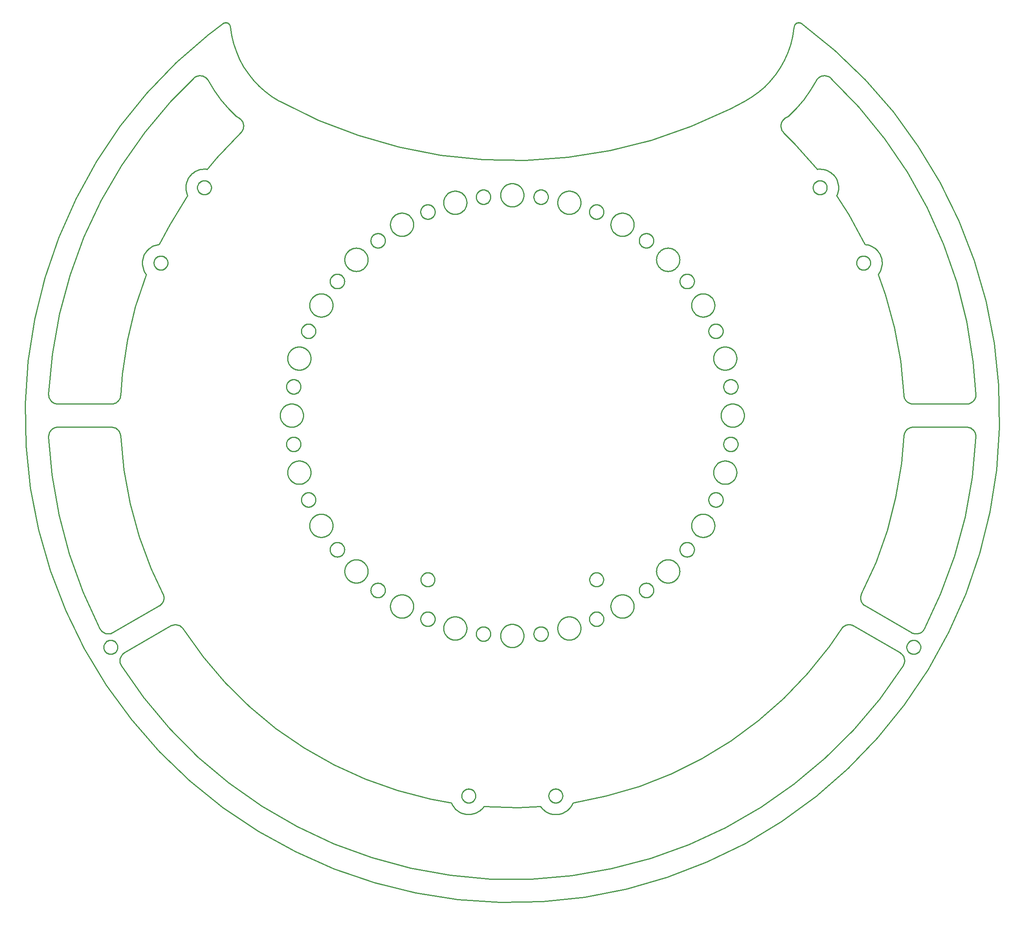
<source format=gbr>
G04 EAGLE Gerber RS-274X export*
G75*
%MOMM*%
%FSLAX34Y34*%
%LPD*%
%INDimensions*%
%IPPOS*%
%AMOC8*
5,1,8,0,0,1.08239X$1,22.5*%
G01*
%ADD10C,0.254000*%


D10*
X-623370Y844932D02*
X-654771Y820837D01*
X-723817Y760646D01*
X-787355Y694667D01*
X-844900Y623401D01*
X-896015Y547391D01*
X-940311Y467216D01*
X-977451Y383484D01*
X-1007151Y296835D01*
X-1029187Y207926D01*
X-1043390Y117436D01*
X-1049652Y26052D01*
X-1047925Y-65531D01*
X-1038223Y-156614D01*
X-1020620Y-246505D01*
X-995249Y-334520D01*
X-962304Y-419988D01*
X-922035Y-502260D01*
X-874749Y-580710D01*
X-820805Y-654739D01*
X-760615Y-723785D01*
X-694635Y-787323D01*
X-623370Y-844868D01*
X-547360Y-895983D01*
X-467184Y-940279D01*
X-383452Y-977419D01*
X-296803Y-1007119D01*
X-207894Y-1029155D01*
X-117404Y-1043358D01*
X-26020Y-1049620D01*
X65563Y-1047893D01*
X156646Y-1038192D01*
X246537Y-1020588D01*
X334552Y-995217D01*
X420020Y-962272D01*
X502292Y-922003D01*
X580742Y-874717D01*
X654771Y-820773D01*
X723817Y-760583D01*
X787355Y-694603D01*
X844900Y-623338D01*
X896015Y-547328D01*
X940311Y-467152D01*
X977451Y-383420D01*
X1007151Y-296771D01*
X1029187Y-207862D01*
X1043390Y-117372D01*
X1049652Y-25988D01*
X1047925Y65595D01*
X1038223Y156678D01*
X1020620Y246569D01*
X995249Y334584D01*
X962304Y420052D01*
X922035Y502324D01*
X874749Y580774D01*
X820805Y654803D01*
X760615Y723849D01*
X694635Y787387D01*
X623370Y844932D01*
X623285Y844994D01*
X622556Y845473D01*
X621788Y845887D01*
X620987Y846232D01*
X620159Y846507D01*
X619310Y846708D01*
X618447Y846834D01*
X617576Y846884D01*
X616704Y846859D01*
X615837Y846757D01*
X614983Y846581D01*
X614147Y846330D01*
X613337Y846008D01*
X612557Y845616D01*
X611815Y845158D01*
X611115Y844637D01*
X610464Y844057D01*
X609865Y843422D01*
X609324Y842738D01*
X608845Y842009D01*
X608431Y841241D01*
X608086Y840440D01*
X607812Y839612D01*
X607611Y838763D01*
X607484Y837900D01*
X607196Y835239D01*
X604348Y817385D01*
X599955Y799848D01*
X594050Y782760D01*
X586678Y766252D01*
X577896Y750449D01*
X567769Y735471D01*
X556376Y721433D01*
X543803Y708442D01*
X530145Y696596D01*
X515507Y685985D01*
X500000Y676691D01*
X469602Y660867D01*
X385958Y623512D01*
X299376Y593590D01*
X210516Y571327D01*
X120054Y556894D01*
X28678Y550400D01*
X-62916Y551895D01*
X-154031Y561367D01*
X-243974Y578745D01*
X-332060Y603895D01*
X-417619Y636627D01*
X-500000Y676691D01*
X-502345Y677980D01*
X-517731Y687474D01*
X-532231Y698273D01*
X-545735Y710295D01*
X-558139Y723448D01*
X-569350Y737631D01*
X-579282Y752738D01*
X-587860Y768653D01*
X-595017Y785255D01*
X-600701Y802418D01*
X-604867Y820011D01*
X-607484Y837900D01*
X-607495Y838004D01*
X-607631Y838866D01*
X-607841Y839712D01*
X-608123Y840538D01*
X-608477Y841335D01*
X-608899Y842099D01*
X-609386Y842823D01*
X-609934Y843501D01*
X-610539Y844130D01*
X-611197Y844703D01*
X-611902Y845217D01*
X-612649Y845667D01*
X-613432Y846050D01*
X-614246Y846364D01*
X-615085Y846606D01*
X-615941Y846773D01*
X-616808Y846866D01*
X-617680Y846882D01*
X-618551Y846823D01*
X-619413Y846687D01*
X-620259Y846477D01*
X-621085Y846195D01*
X-621882Y845841D01*
X-622646Y845419D01*
X-623370Y844932D01*
X752780Y-383858D02*
X752471Y-384491D01*
X751803Y-386103D01*
X751279Y-387767D01*
X750901Y-389471D01*
X750674Y-391201D01*
X750597Y-392944D01*
X750674Y-394687D01*
X750901Y-396417D01*
X751279Y-398120D01*
X751804Y-399784D01*
X752471Y-401396D01*
X753277Y-402943D01*
X754215Y-404415D01*
X755277Y-405799D01*
X756455Y-407085D01*
X757742Y-408264D01*
X759126Y-409326D01*
X760598Y-410264D01*
X860310Y-467833D01*
X861115Y-468273D01*
X862698Y-469007D01*
X864339Y-469600D01*
X866025Y-470048D01*
X867744Y-470347D01*
X869483Y-470495D01*
X871228Y-470491D01*
X872965Y-470335D01*
X874683Y-470028D01*
X876367Y-469572D01*
X878006Y-468972D01*
X879585Y-468231D01*
X881094Y-467355D01*
X882521Y-466351D01*
X883855Y-465226D01*
X885086Y-463990D01*
X886205Y-462651D01*
X887202Y-461219D01*
X888071Y-459706D01*
X923019Y-384761D01*
X953038Y-302863D01*
X975804Y-218661D01*
X991146Y-132795D01*
X998945Y-45918D01*
X998966Y-45001D01*
X998890Y-43258D01*
X998662Y-41528D01*
X998285Y-39824D01*
X997760Y-38160D01*
X997093Y-36548D01*
X996287Y-35000D01*
X995349Y-33529D01*
X994287Y-32145D01*
X993109Y-30858D01*
X991822Y-29679D01*
X990438Y-28617D01*
X988966Y-27680D01*
X987419Y-26874D01*
X985807Y-26206D01*
X984143Y-25682D01*
X982439Y-25304D01*
X980709Y-25076D01*
X978966Y-25000D01*
X863829Y-25000D01*
X863124Y-25012D01*
X861384Y-25150D01*
X859664Y-25438D01*
X857975Y-25876D01*
X856330Y-26459D01*
X854743Y-27183D01*
X853225Y-28043D01*
X851787Y-29031D01*
X850441Y-30141D01*
X849197Y-31365D01*
X848064Y-32692D01*
X847052Y-34113D01*
X846167Y-35616D01*
X845416Y-37191D01*
X844806Y-38826D01*
X844340Y-40507D01*
X844022Y-42223D01*
X843856Y-43960D01*
X838665Y-103293D01*
X826475Y-175982D01*
X807996Y-247332D01*
X783368Y-316800D01*
X752780Y-383858D01*
X585062Y609694D02*
X608748Y586047D01*
X657500Y530772D01*
X659948Y531052D01*
X663435Y531189D01*
X666920Y531022D01*
X670378Y530552D01*
X673782Y529783D01*
X677105Y528719D01*
X680324Y527370D01*
X683412Y525746D01*
X686347Y523858D01*
X689107Y521722D01*
X691669Y519354D01*
X694016Y516771D01*
X696129Y513994D01*
X697991Y511043D01*
X699589Y507941D01*
X700911Y504711D01*
X701946Y501379D01*
X702687Y497969D01*
X703128Y494507D01*
X703265Y491020D01*
X703098Y487534D01*
X702628Y484077D01*
X701858Y480673D01*
X700795Y477349D01*
X699446Y474131D01*
X725288Y433568D01*
X760333Y368672D01*
X762781Y368393D01*
X766209Y367739D01*
X769567Y366790D01*
X772829Y365552D01*
X775971Y364034D01*
X778969Y362247D01*
X781800Y360207D01*
X784442Y357927D01*
X786875Y355426D01*
X789081Y352722D01*
X791043Y349837D01*
X792746Y346791D01*
X794177Y343608D01*
X795326Y340313D01*
X796183Y336930D01*
X796741Y333486D01*
X796998Y330005D01*
X796950Y326516D01*
X796598Y323044D01*
X795945Y319616D01*
X794995Y316259D01*
X793757Y312996D01*
X792239Y309854D01*
X790453Y306856D01*
X788412Y304026D01*
X803743Y260815D01*
X823413Y189790D01*
X836818Y117321D01*
X843856Y43960D01*
X843905Y43256D01*
X844133Y41526D01*
X844510Y39823D01*
X845035Y38159D01*
X845703Y36547D01*
X846508Y34999D01*
X847446Y33528D01*
X848508Y32144D01*
X849687Y30857D01*
X850973Y29679D01*
X852357Y28617D01*
X853829Y27679D01*
X855376Y26874D01*
X856988Y26206D01*
X858652Y25681D01*
X860356Y25304D01*
X862086Y25076D01*
X863829Y25000D01*
X978966Y25000D01*
X979884Y25021D01*
X981622Y25177D01*
X983339Y25484D01*
X985024Y25939D01*
X986662Y26540D01*
X988242Y27281D01*
X989751Y28157D01*
X991178Y29161D01*
X992512Y30285D01*
X993743Y31522D01*
X994861Y32861D01*
X995859Y34293D01*
X996728Y35806D01*
X997461Y37389D01*
X998054Y39030D01*
X998502Y40716D01*
X998801Y42435D01*
X998949Y44174D01*
X998945Y45918D01*
X993269Y115834D01*
X979395Y201961D01*
X958067Y286550D01*
X929448Y368959D01*
X893755Y448559D01*
X851261Y524746D01*
X802288Y596939D01*
X747209Y664590D01*
X686444Y727182D01*
X686439Y727187D01*
X685119Y728328D01*
X683704Y729349D01*
X682206Y730243D01*
X680635Y731004D01*
X679005Y731624D01*
X677326Y732100D01*
X675612Y732428D01*
X673876Y732605D01*
X672132Y732630D01*
X670391Y732503D01*
X668669Y732225D01*
X666977Y731797D01*
X665329Y731224D01*
X663737Y730510D01*
X662214Y729659D01*
X660770Y728679D01*
X659418Y727577D01*
X658166Y726361D01*
X657025Y725041D01*
X656004Y723626D01*
X655110Y722128D01*
X643323Y702217D01*
X628747Y681723D01*
X612439Y662578D01*
X594525Y644927D01*
X588449Y641171D01*
X587104Y640269D01*
X585742Y639178D01*
X584480Y637973D01*
X583328Y636663D01*
X582294Y635257D01*
X581387Y633766D01*
X580614Y632203D01*
X579979Y630577D01*
X579489Y628903D01*
X579147Y627192D01*
X578955Y625458D01*
X578914Y623713D01*
X579026Y621972D01*
X579290Y620247D01*
X579702Y618552D01*
X580261Y616899D01*
X580962Y615301D01*
X581799Y613770D01*
X582767Y612318D01*
X583857Y610956D01*
X585062Y609694D01*
X-842153Y-539239D02*
X-794716Y-606986D01*
X-738793Y-673940D01*
X-677247Y-735766D01*
X-610547Y-791992D01*
X-539201Y-842191D01*
X-463750Y-885981D01*
X-384771Y-923028D01*
X-302863Y-953051D01*
X-218650Y-975821D01*
X-132773Y-991164D01*
X-45885Y-998964D01*
X41352Y-999162D01*
X128274Y-991756D01*
X214219Y-976803D01*
X298535Y-954415D01*
X380578Y-924765D01*
X459725Y-888076D01*
X535374Y-844629D01*
X606947Y-794755D01*
X673902Y-738831D01*
X735727Y-677286D01*
X791954Y-610586D01*
X842153Y-539239D01*
X842630Y-538455D01*
X843435Y-536907D01*
X844103Y-535295D01*
X844628Y-533631D01*
X845006Y-531928D01*
X845233Y-530198D01*
X845310Y-528455D01*
X845233Y-526712D01*
X845006Y-524982D01*
X844628Y-523278D01*
X844103Y-521614D01*
X843436Y-520002D01*
X842630Y-518455D01*
X841693Y-516983D01*
X840631Y-515599D01*
X839452Y-514312D01*
X838165Y-513134D01*
X836781Y-512071D01*
X835310Y-511134D01*
X735598Y-453565D01*
X734981Y-453223D01*
X733406Y-452473D01*
X731771Y-451862D01*
X730090Y-451396D01*
X728374Y-451079D01*
X726638Y-450912D01*
X724893Y-450898D01*
X723154Y-451035D01*
X721433Y-451324D01*
X719744Y-451761D01*
X718099Y-452344D01*
X716512Y-453068D01*
X714994Y-453928D01*
X713556Y-454917D01*
X712210Y-456027D01*
X710966Y-457250D01*
X709834Y-458577D01*
X708821Y-459998D01*
X682824Y-497774D01*
X636848Y-555388D01*
X586026Y-608776D01*
X530744Y-657531D01*
X471423Y-701283D01*
X408514Y-739698D01*
X342497Y-772484D01*
X273873Y-799391D01*
X203166Y-820215D01*
X130912Y-834798D01*
X129931Y-837058D01*
X128306Y-840146D01*
X126419Y-843081D01*
X124283Y-845841D01*
X121914Y-848403D01*
X119332Y-850750D01*
X116554Y-852863D01*
X113603Y-854725D01*
X110501Y-856323D01*
X107271Y-857645D01*
X103939Y-858680D01*
X100529Y-859421D01*
X97067Y-859862D01*
X93580Y-859999D01*
X90095Y-859832D01*
X86637Y-859362D01*
X83233Y-858592D01*
X79910Y-857529D01*
X76692Y-856180D01*
X73603Y-854556D01*
X70668Y-852668D01*
X67909Y-850532D01*
X65346Y-848164D01*
X62999Y-845581D01*
X60887Y-842804D01*
X12837Y-844901D01*
X-60887Y-842804D01*
X-62353Y-844784D01*
X-64633Y-847426D01*
X-67134Y-849859D01*
X-69838Y-852065D01*
X-72723Y-854027D01*
X-75769Y-855730D01*
X-78952Y-857162D01*
X-82247Y-858310D01*
X-85630Y-859167D01*
X-89074Y-859725D01*
X-92554Y-859982D01*
X-96044Y-859934D01*
X-99515Y-859582D01*
X-102943Y-858929D01*
X-106301Y-857979D01*
X-109564Y-856741D01*
X-112706Y-855223D01*
X-115704Y-853437D01*
X-118534Y-851396D01*
X-121176Y-849117D01*
X-123610Y-846615D01*
X-125816Y-843912D01*
X-127778Y-841026D01*
X-129481Y-837980D01*
X-130912Y-834798D01*
X-176006Y-826468D01*
X-247362Y-807988D01*
X-316836Y-783358D01*
X-383898Y-752767D01*
X-448040Y-716448D01*
X-508771Y-674677D01*
X-565631Y-627771D01*
X-618187Y-576088D01*
X-666038Y-520022D01*
X-708821Y-459998D01*
X-709215Y-459413D01*
X-710277Y-458029D01*
X-711456Y-456743D01*
X-712742Y-455564D01*
X-714127Y-454502D01*
X-715598Y-453565D01*
X-717146Y-452759D01*
X-718758Y-452091D01*
X-720422Y-451567D01*
X-722125Y-451189D01*
X-723855Y-450961D01*
X-725598Y-450885D01*
X-727341Y-450962D01*
X-729071Y-451189D01*
X-730774Y-451567D01*
X-732438Y-452092D01*
X-734050Y-452759D01*
X-735598Y-453565D01*
X-835310Y-511134D01*
X-836094Y-511611D01*
X-837521Y-512615D01*
X-838855Y-513740D01*
X-840086Y-514976D01*
X-841204Y-516315D01*
X-842202Y-517747D01*
X-843071Y-519260D01*
X-843805Y-520843D01*
X-844398Y-522484D01*
X-844845Y-524170D01*
X-845144Y-525889D01*
X-845292Y-527628D01*
X-845288Y-529372D01*
X-845132Y-531110D01*
X-844826Y-532828D01*
X-844370Y-534512D01*
X-843770Y-536150D01*
X-843029Y-537730D01*
X-842153Y-539239D01*
X-998945Y45918D02*
X-998966Y45001D01*
X-998890Y43258D01*
X-998662Y41528D01*
X-998285Y39824D01*
X-997760Y38160D01*
X-997093Y36548D01*
X-996287Y35000D01*
X-995349Y33529D01*
X-994287Y32145D01*
X-993109Y30858D01*
X-991822Y29679D01*
X-990438Y28617D01*
X-988966Y27680D01*
X-987419Y26874D01*
X-985807Y26206D01*
X-984143Y25682D01*
X-982439Y25304D01*
X-980709Y25076D01*
X-978966Y25000D01*
X-863829Y25000D01*
X-863124Y25012D01*
X-861384Y25150D01*
X-859664Y25438D01*
X-857975Y25876D01*
X-856330Y26459D01*
X-854743Y27183D01*
X-853225Y28043D01*
X-851787Y29031D01*
X-850441Y30141D01*
X-849197Y31365D01*
X-848064Y32692D01*
X-847052Y34113D01*
X-846167Y35616D01*
X-845416Y37191D01*
X-844806Y38826D01*
X-844340Y40507D01*
X-844022Y42223D01*
X-843856Y43960D01*
X-840231Y89665D01*
X-829223Y162537D01*
X-811906Y234172D01*
X-788412Y304026D01*
X-789878Y306006D01*
X-791741Y308957D01*
X-793339Y312059D01*
X-794661Y315288D01*
X-795696Y318621D01*
X-796437Y322031D01*
X-796878Y325492D01*
X-797015Y328979D01*
X-796848Y332465D01*
X-796378Y335923D01*
X-795608Y339326D01*
X-794545Y342650D01*
X-793196Y345868D01*
X-791571Y348957D01*
X-789684Y351892D01*
X-787548Y354651D01*
X-785180Y357214D01*
X-782597Y359561D01*
X-779819Y361673D01*
X-776868Y363536D01*
X-773766Y365134D01*
X-770537Y366456D01*
X-767204Y367491D01*
X-763794Y368232D01*
X-760333Y368672D01*
X-738124Y411334D01*
X-699446Y474131D01*
X-700428Y476391D01*
X-701576Y479686D01*
X-702433Y483069D01*
X-702991Y486514D01*
X-703248Y489994D01*
X-703200Y493483D01*
X-702848Y496955D01*
X-702195Y500383D01*
X-701245Y503741D01*
X-700007Y507003D01*
X-698489Y510145D01*
X-696703Y513143D01*
X-694662Y515974D01*
X-692383Y518616D01*
X-689881Y521049D01*
X-687178Y523255D01*
X-684292Y525218D01*
X-681246Y526921D01*
X-678064Y528352D01*
X-674768Y529500D01*
X-671386Y530357D01*
X-667941Y530916D01*
X-664461Y531172D01*
X-660972Y531124D01*
X-657500Y530772D01*
X-635965Y556394D01*
X-585062Y609694D01*
X-583940Y610862D01*
X-582841Y612217D01*
X-581865Y613663D01*
X-581018Y615188D01*
X-580307Y616782D01*
X-579738Y618431D01*
X-579314Y620124D01*
X-579040Y621847D01*
X-578917Y623588D01*
X-578947Y625332D01*
X-579128Y627068D01*
X-579459Y628781D01*
X-579939Y630458D01*
X-580563Y632087D01*
X-581327Y633656D01*
X-582225Y635152D01*
X-583249Y636565D01*
X-584393Y637882D01*
X-585647Y639095D01*
X-587003Y640194D01*
X-588449Y641171D01*
X-594525Y644927D01*
X-611063Y661109D01*
X-627504Y680140D01*
X-642224Y700531D01*
X-655110Y722128D01*
X-655113Y722134D01*
X-656008Y723632D01*
X-657030Y725047D01*
X-658171Y726366D01*
X-659423Y727582D01*
X-660776Y728684D01*
X-662220Y729663D01*
X-663744Y730513D01*
X-665336Y731227D01*
X-666984Y731800D01*
X-668676Y732226D01*
X-670398Y732504D01*
X-672139Y732630D01*
X-673883Y732604D01*
X-675619Y732427D01*
X-677333Y732098D01*
X-679011Y731622D01*
X-680642Y731001D01*
X-682212Y730240D01*
X-683710Y729345D01*
X-685124Y728324D01*
X-686444Y727182D01*
X-735734Y677272D01*
X-791961Y610574D01*
X-842162Y539228D01*
X-885953Y463779D01*
X-923002Y384801D01*
X-953026Y302894D01*
X-975798Y218682D01*
X-991143Y132805D01*
X-998945Y45918D01*
X-998945Y-45918D02*
X-991738Y-128297D01*
X-976786Y-214231D01*
X-954402Y-298536D01*
X-924755Y-380569D01*
X-888071Y-459706D01*
X-887631Y-460511D01*
X-886693Y-461983D01*
X-885631Y-463367D01*
X-884452Y-464654D01*
X-883166Y-465832D01*
X-881782Y-466895D01*
X-880310Y-467832D01*
X-878762Y-468638D01*
X-877150Y-469306D01*
X-875486Y-469830D01*
X-873783Y-470208D01*
X-872053Y-470436D01*
X-870310Y-470512D01*
X-868567Y-470436D01*
X-866837Y-470208D01*
X-865133Y-469830D01*
X-863469Y-469306D01*
X-861857Y-468638D01*
X-860310Y-467833D01*
X-760598Y-410264D01*
X-759993Y-409900D01*
X-758556Y-408912D01*
X-757210Y-407801D01*
X-755966Y-406578D01*
X-754833Y-405251D01*
X-753820Y-403830D01*
X-752935Y-402327D01*
X-752185Y-400752D01*
X-751574Y-399117D01*
X-751109Y-397436D01*
X-750791Y-395720D01*
X-750625Y-393983D01*
X-750610Y-392239D01*
X-750747Y-390499D01*
X-751036Y-388779D01*
X-751473Y-387090D01*
X-752056Y-385445D01*
X-752780Y-383858D01*
X-777951Y-329878D01*
X-803739Y-260833D01*
X-823411Y-189802D01*
X-836817Y-117327D01*
X-843856Y-43960D01*
X-843905Y-43256D01*
X-844133Y-41526D01*
X-844510Y-39823D01*
X-845035Y-38159D01*
X-845703Y-36547D01*
X-846508Y-34999D01*
X-847446Y-33528D01*
X-848508Y-32144D01*
X-849687Y-30857D01*
X-850973Y-29679D01*
X-852357Y-28617D01*
X-853829Y-27679D01*
X-855376Y-26874D01*
X-856988Y-26206D01*
X-858652Y-25681D01*
X-860356Y-25304D01*
X-862086Y-25076D01*
X-863829Y-25000D01*
X-978966Y-25000D01*
X-979884Y-25021D01*
X-981622Y-25177D01*
X-983339Y-25484D01*
X-985024Y-25939D01*
X-986662Y-26540D01*
X-988242Y-27281D01*
X-989751Y-28157D01*
X-991178Y-29161D01*
X-992512Y-30285D01*
X-993743Y-31522D01*
X-994861Y-32861D01*
X-995859Y-34293D01*
X-996728Y-35806D01*
X-997461Y-37389D01*
X-998054Y-39030D01*
X-998502Y-40716D01*
X-998801Y-42435D01*
X-998949Y-44174D01*
X-998945Y-45918D01*
X-742016Y328274D02*
X-742092Y327206D01*
X-742245Y326145D01*
X-742473Y325098D01*
X-742774Y324070D01*
X-743149Y323066D01*
X-743594Y322092D01*
X-744107Y321151D01*
X-744687Y320250D01*
X-745329Y319392D01*
X-746030Y318582D01*
X-746788Y317825D01*
X-747598Y317123D01*
X-748456Y316481D01*
X-749357Y315902D01*
X-750297Y315388D01*
X-751272Y314943D01*
X-752276Y314569D01*
X-753304Y314267D01*
X-754351Y314039D01*
X-755411Y313887D01*
X-756480Y313810D01*
X-757552Y313810D01*
X-758620Y313887D01*
X-759681Y314039D01*
X-760728Y314267D01*
X-761756Y314569D01*
X-762760Y314943D01*
X-763734Y315388D01*
X-764675Y315902D01*
X-765576Y316481D01*
X-766434Y317123D01*
X-767244Y317825D01*
X-768001Y318582D01*
X-768703Y319392D01*
X-769345Y320250D01*
X-769924Y321151D01*
X-770438Y322092D01*
X-770883Y323066D01*
X-771257Y324070D01*
X-771559Y325098D01*
X-771787Y326145D01*
X-771939Y327206D01*
X-772016Y328274D01*
X-772016Y329346D01*
X-771939Y330415D01*
X-771787Y331475D01*
X-771559Y332522D01*
X-771257Y333550D01*
X-770883Y334554D01*
X-770438Y335529D01*
X-769924Y336469D01*
X-769345Y337370D01*
X-768703Y338228D01*
X-768001Y339038D01*
X-767244Y339796D01*
X-766434Y340497D01*
X-765576Y341139D01*
X-764675Y341719D01*
X-763734Y342232D01*
X-762760Y342677D01*
X-761756Y343052D01*
X-760728Y343353D01*
X-759681Y343581D01*
X-758620Y343734D01*
X-757552Y343810D01*
X-756480Y343810D01*
X-755411Y343734D01*
X-754351Y343581D01*
X-753304Y343353D01*
X-752276Y343052D01*
X-751272Y342677D01*
X-750297Y342232D01*
X-749357Y341719D01*
X-748456Y341139D01*
X-747598Y340497D01*
X-746788Y339796D01*
X-746030Y339038D01*
X-745329Y338228D01*
X-744687Y337370D01*
X-744107Y336469D01*
X-743594Y335529D01*
X-743149Y334554D01*
X-742774Y333550D01*
X-742473Y332522D01*
X-742245Y331475D01*
X-742092Y330415D01*
X-742016Y329346D01*
X-742016Y328274D01*
X-648266Y490654D02*
X-648342Y489585D01*
X-648495Y488525D01*
X-648723Y487478D01*
X-649024Y486450D01*
X-649399Y485446D01*
X-649844Y484471D01*
X-650357Y483531D01*
X-650937Y482630D01*
X-651579Y481772D01*
X-652280Y480962D01*
X-653038Y480205D01*
X-653848Y479503D01*
X-654706Y478861D01*
X-655607Y478281D01*
X-656547Y477768D01*
X-657522Y477323D01*
X-658526Y476948D01*
X-659554Y476647D01*
X-660601Y476419D01*
X-661661Y476266D01*
X-662730Y476190D01*
X-663802Y476190D01*
X-664870Y476266D01*
X-665931Y476419D01*
X-666978Y476647D01*
X-668006Y476948D01*
X-669010Y477323D01*
X-669984Y477768D01*
X-670925Y478281D01*
X-671826Y478861D01*
X-672684Y479503D01*
X-673494Y480205D01*
X-674251Y480962D01*
X-674953Y481772D01*
X-675595Y482630D01*
X-676174Y483531D01*
X-676688Y484471D01*
X-677133Y485446D01*
X-677507Y486450D01*
X-677809Y487478D01*
X-678037Y488525D01*
X-678189Y489585D01*
X-678266Y490654D01*
X-678266Y491726D01*
X-678189Y492794D01*
X-678037Y493855D01*
X-677809Y494902D01*
X-677507Y495930D01*
X-677133Y496934D01*
X-676688Y497908D01*
X-676174Y498849D01*
X-675595Y499750D01*
X-674953Y500608D01*
X-674251Y501418D01*
X-673494Y502175D01*
X-672684Y502877D01*
X-671826Y503519D01*
X-670925Y504098D01*
X-669984Y504612D01*
X-669010Y505057D01*
X-668006Y505431D01*
X-666978Y505733D01*
X-665931Y505961D01*
X-664870Y506113D01*
X-663802Y506190D01*
X-662730Y506190D01*
X-661661Y506113D01*
X-660601Y505961D01*
X-659554Y505733D01*
X-658526Y505431D01*
X-657522Y505057D01*
X-656547Y504612D01*
X-655607Y504098D01*
X-654706Y503519D01*
X-653848Y502877D01*
X-653038Y502175D01*
X-652280Y501418D01*
X-651579Y500608D01*
X-650937Y499750D01*
X-650357Y498849D01*
X-649844Y497908D01*
X-649399Y496934D01*
X-649024Y495930D01*
X-648723Y494902D01*
X-648495Y493855D01*
X-648342Y492794D01*
X-648266Y491726D01*
X-648266Y490654D01*
X678266Y490654D02*
X678189Y489585D01*
X678037Y488525D01*
X677809Y487478D01*
X677507Y486450D01*
X677133Y485446D01*
X676688Y484471D01*
X676174Y483531D01*
X675595Y482630D01*
X674953Y481772D01*
X674251Y480962D01*
X673494Y480205D01*
X672684Y479503D01*
X671826Y478861D01*
X670925Y478281D01*
X669984Y477768D01*
X669010Y477323D01*
X668006Y476948D01*
X666978Y476647D01*
X665931Y476419D01*
X664870Y476266D01*
X663802Y476190D01*
X662730Y476190D01*
X661661Y476266D01*
X660601Y476419D01*
X659554Y476647D01*
X658526Y476948D01*
X657522Y477323D01*
X656547Y477768D01*
X655607Y478281D01*
X654706Y478861D01*
X653848Y479503D01*
X653038Y480205D01*
X652280Y480962D01*
X651579Y481772D01*
X650937Y482630D01*
X650357Y483531D01*
X649844Y484471D01*
X649399Y485446D01*
X649024Y486450D01*
X648723Y487478D01*
X648495Y488525D01*
X648342Y489585D01*
X648266Y490654D01*
X648266Y491726D01*
X648342Y492794D01*
X648495Y493855D01*
X648723Y494902D01*
X649024Y495930D01*
X649399Y496934D01*
X649844Y497908D01*
X650357Y498849D01*
X650937Y499750D01*
X651579Y500608D01*
X652280Y501418D01*
X653038Y502175D01*
X653848Y502877D01*
X654706Y503519D01*
X655607Y504098D01*
X656547Y504612D01*
X657522Y505057D01*
X658526Y505431D01*
X659554Y505733D01*
X660601Y505961D01*
X661661Y506113D01*
X662730Y506190D01*
X663802Y506190D01*
X664870Y506113D01*
X665931Y505961D01*
X666978Y505733D01*
X668006Y505431D01*
X669010Y505057D01*
X669984Y504612D01*
X670925Y504098D01*
X671826Y503519D01*
X672684Y502877D01*
X673494Y502175D01*
X674251Y501418D01*
X674953Y500608D01*
X675595Y499750D01*
X676174Y498849D01*
X676688Y497908D01*
X677133Y496934D01*
X677507Y495930D01*
X677809Y494902D01*
X678037Y493855D01*
X678189Y492794D01*
X678266Y491726D01*
X678266Y490654D01*
X772016Y328274D02*
X771939Y327206D01*
X771787Y326145D01*
X771559Y325098D01*
X771257Y324070D01*
X770883Y323066D01*
X770438Y322092D01*
X769924Y321151D01*
X769345Y320250D01*
X768703Y319392D01*
X768001Y318582D01*
X767244Y317825D01*
X766434Y317123D01*
X765576Y316481D01*
X764675Y315902D01*
X763734Y315388D01*
X762760Y314943D01*
X761756Y314569D01*
X760728Y314267D01*
X759681Y314039D01*
X758620Y313887D01*
X757552Y313810D01*
X756480Y313810D01*
X755411Y313887D01*
X754351Y314039D01*
X753304Y314267D01*
X752276Y314569D01*
X751272Y314943D01*
X750297Y315388D01*
X749357Y315902D01*
X748456Y316481D01*
X747598Y317123D01*
X746788Y317825D01*
X746030Y318582D01*
X745329Y319392D01*
X744687Y320250D01*
X744107Y321151D01*
X743594Y322092D01*
X743149Y323066D01*
X742774Y324070D01*
X742473Y325098D01*
X742245Y326145D01*
X742092Y327206D01*
X742016Y328274D01*
X742016Y329346D01*
X742092Y330415D01*
X742245Y331475D01*
X742473Y332522D01*
X742774Y333550D01*
X743149Y334554D01*
X743594Y335529D01*
X744107Y336469D01*
X744687Y337370D01*
X745329Y338228D01*
X746030Y339038D01*
X746788Y339796D01*
X747598Y340497D01*
X748456Y341139D01*
X749357Y341719D01*
X750297Y342232D01*
X751272Y342677D01*
X752276Y343052D01*
X753304Y343353D01*
X754351Y343581D01*
X755411Y343734D01*
X756480Y343810D01*
X757552Y343810D01*
X758620Y343734D01*
X759681Y343581D01*
X760728Y343353D01*
X761756Y343052D01*
X762760Y342677D01*
X763734Y342232D01*
X764675Y341719D01*
X765576Y341139D01*
X766434Y340497D01*
X767244Y339796D01*
X768001Y339038D01*
X768703Y338228D01*
X769345Y337370D01*
X769924Y336469D01*
X770438Y335529D01*
X770883Y334554D01*
X771257Y333550D01*
X771559Y332522D01*
X771787Y331475D01*
X771939Y330415D01*
X772016Y329346D01*
X772016Y328274D01*
X880112Y-500008D02*
X880035Y-501077D01*
X879883Y-502138D01*
X879655Y-503185D01*
X879353Y-504213D01*
X878979Y-505217D01*
X878534Y-506191D01*
X878020Y-507132D01*
X877441Y-508033D01*
X876799Y-508891D01*
X876097Y-509700D01*
X875340Y-510458D01*
X874530Y-511160D01*
X873672Y-511802D01*
X872771Y-512381D01*
X871830Y-512895D01*
X870856Y-513340D01*
X869852Y-513714D01*
X868824Y-514016D01*
X867777Y-514244D01*
X866716Y-514396D01*
X865648Y-514473D01*
X864576Y-514473D01*
X863507Y-514396D01*
X862447Y-514244D01*
X861400Y-514016D01*
X860372Y-513714D01*
X859368Y-513340D01*
X858393Y-512895D01*
X857453Y-512381D01*
X856552Y-511802D01*
X855694Y-511160D01*
X854884Y-510458D01*
X854127Y-509700D01*
X853425Y-508891D01*
X852783Y-508033D01*
X852203Y-507132D01*
X851690Y-506191D01*
X851245Y-505217D01*
X850870Y-504213D01*
X850569Y-503185D01*
X850341Y-502138D01*
X850188Y-501077D01*
X850112Y-500008D01*
X850112Y-498937D01*
X850188Y-497868D01*
X850341Y-496808D01*
X850569Y-495761D01*
X850870Y-494733D01*
X851245Y-493729D01*
X851690Y-492754D01*
X852203Y-491814D01*
X852783Y-490912D01*
X853425Y-490055D01*
X854127Y-489245D01*
X854884Y-488487D01*
X855694Y-487786D01*
X856552Y-487143D01*
X857453Y-486564D01*
X858393Y-486051D01*
X859368Y-485606D01*
X860372Y-485231D01*
X861400Y-484929D01*
X862447Y-484702D01*
X863507Y-484549D01*
X864576Y-484473D01*
X865648Y-484473D01*
X866716Y-484549D01*
X867777Y-484702D01*
X868824Y-484929D01*
X869852Y-485231D01*
X870856Y-485606D01*
X871830Y-486051D01*
X872771Y-486564D01*
X873672Y-487143D01*
X874530Y-487786D01*
X875340Y-488487D01*
X876097Y-489245D01*
X876799Y-490055D01*
X877441Y-490912D01*
X878020Y-491814D01*
X878534Y-492754D01*
X878979Y-493729D01*
X879353Y-494733D01*
X879655Y-495761D01*
X879883Y-496808D01*
X880035Y-497868D01*
X880112Y-498937D01*
X880112Y-500008D01*
X-850112Y-500008D02*
X-850188Y-501077D01*
X-850341Y-502138D01*
X-850569Y-503185D01*
X-850870Y-504213D01*
X-851245Y-505217D01*
X-851690Y-506191D01*
X-852203Y-507132D01*
X-852783Y-508033D01*
X-853425Y-508891D01*
X-854127Y-509700D01*
X-854884Y-510458D01*
X-855694Y-511160D01*
X-856552Y-511802D01*
X-857453Y-512381D01*
X-858393Y-512895D01*
X-859368Y-513340D01*
X-860372Y-513714D01*
X-861400Y-514016D01*
X-862447Y-514244D01*
X-863507Y-514396D01*
X-864576Y-514473D01*
X-865648Y-514473D01*
X-866716Y-514396D01*
X-867777Y-514244D01*
X-868824Y-514016D01*
X-869852Y-513714D01*
X-870856Y-513340D01*
X-871830Y-512895D01*
X-872771Y-512381D01*
X-873672Y-511802D01*
X-874530Y-511160D01*
X-875340Y-510458D01*
X-876097Y-509700D01*
X-876799Y-508891D01*
X-877441Y-508033D01*
X-878020Y-507132D01*
X-878534Y-506191D01*
X-878979Y-505217D01*
X-879353Y-504213D01*
X-879655Y-503185D01*
X-879883Y-502138D01*
X-880035Y-501077D01*
X-880112Y-500008D01*
X-880112Y-498937D01*
X-880035Y-497868D01*
X-879883Y-496808D01*
X-879655Y-495761D01*
X-879353Y-494733D01*
X-878979Y-493729D01*
X-878534Y-492754D01*
X-878020Y-491814D01*
X-877441Y-490912D01*
X-876799Y-490055D01*
X-876097Y-489245D01*
X-875340Y-488487D01*
X-874530Y-487786D01*
X-873672Y-487143D01*
X-872771Y-486564D01*
X-871830Y-486051D01*
X-870856Y-485606D01*
X-869852Y-485231D01*
X-868824Y-484929D01*
X-867777Y-484702D01*
X-866716Y-484549D01*
X-865648Y-484473D01*
X-864576Y-484473D01*
X-863507Y-484549D01*
X-862447Y-484702D01*
X-861400Y-484929D01*
X-860372Y-485231D01*
X-859368Y-485606D01*
X-858393Y-486051D01*
X-857453Y-486564D01*
X-856552Y-487143D01*
X-855694Y-487786D01*
X-854884Y-488487D01*
X-854127Y-489245D01*
X-853425Y-490055D01*
X-852783Y-490912D01*
X-852203Y-491814D01*
X-851690Y-492754D01*
X-851245Y-493729D01*
X-850870Y-494733D01*
X-850569Y-495761D01*
X-850341Y-496808D01*
X-850188Y-497868D01*
X-850112Y-498937D01*
X-850112Y-500008D01*
X-78750Y-820536D02*
X-78826Y-821604D01*
X-78979Y-822665D01*
X-79207Y-823712D01*
X-79509Y-824740D01*
X-79883Y-825744D01*
X-80328Y-826719D01*
X-80842Y-827659D01*
X-81421Y-828560D01*
X-82063Y-829418D01*
X-82765Y-830228D01*
X-83522Y-830985D01*
X-84332Y-831687D01*
X-85190Y-832329D01*
X-86091Y-832908D01*
X-87031Y-833422D01*
X-88006Y-833867D01*
X-89010Y-834241D01*
X-90038Y-834543D01*
X-91085Y-834771D01*
X-92146Y-834924D01*
X-93214Y-835000D01*
X-94286Y-835000D01*
X-95354Y-834924D01*
X-96415Y-834771D01*
X-97462Y-834543D01*
X-98490Y-834241D01*
X-99494Y-833867D01*
X-100469Y-833422D01*
X-101409Y-832908D01*
X-102310Y-832329D01*
X-103168Y-831687D01*
X-103978Y-830985D01*
X-104735Y-830228D01*
X-105437Y-829418D01*
X-106079Y-828560D01*
X-106658Y-827659D01*
X-107172Y-826719D01*
X-107617Y-825744D01*
X-107991Y-824740D01*
X-108293Y-823712D01*
X-108521Y-822665D01*
X-108674Y-821604D01*
X-108750Y-820536D01*
X-108750Y-819464D01*
X-108674Y-818396D01*
X-108521Y-817335D01*
X-108293Y-816288D01*
X-107991Y-815260D01*
X-107617Y-814256D01*
X-107172Y-813281D01*
X-106658Y-812341D01*
X-106079Y-811440D01*
X-105437Y-810582D01*
X-104735Y-809772D01*
X-103978Y-809015D01*
X-103168Y-808313D01*
X-102310Y-807671D01*
X-101409Y-807092D01*
X-100469Y-806578D01*
X-99494Y-806133D01*
X-98490Y-805759D01*
X-97462Y-805457D01*
X-96415Y-805229D01*
X-95354Y-805076D01*
X-94286Y-805000D01*
X-93214Y-805000D01*
X-92146Y-805076D01*
X-91085Y-805229D01*
X-90038Y-805457D01*
X-89010Y-805759D01*
X-88006Y-806133D01*
X-87031Y-806578D01*
X-86091Y-807092D01*
X-85190Y-807671D01*
X-84332Y-808313D01*
X-83522Y-809015D01*
X-82765Y-809772D01*
X-82063Y-810582D01*
X-81421Y-811440D01*
X-80842Y-812341D01*
X-80328Y-813281D01*
X-79883Y-814256D01*
X-79509Y-815260D01*
X-79207Y-816288D01*
X-78979Y-817335D01*
X-78826Y-818396D01*
X-78750Y-819464D01*
X-78750Y-820536D01*
X108750Y-820536D02*
X108674Y-821604D01*
X108521Y-822665D01*
X108293Y-823712D01*
X107991Y-824740D01*
X107617Y-825744D01*
X107172Y-826719D01*
X106658Y-827659D01*
X106079Y-828560D01*
X105437Y-829418D01*
X104735Y-830228D01*
X103978Y-830985D01*
X103168Y-831687D01*
X102310Y-832329D01*
X101409Y-832908D01*
X100469Y-833422D01*
X99494Y-833867D01*
X98490Y-834241D01*
X97462Y-834543D01*
X96415Y-834771D01*
X95354Y-834924D01*
X94286Y-835000D01*
X93214Y-835000D01*
X92146Y-834924D01*
X91085Y-834771D01*
X90038Y-834543D01*
X89010Y-834241D01*
X88006Y-833867D01*
X87031Y-833422D01*
X86091Y-832908D01*
X85190Y-832329D01*
X84332Y-831687D01*
X83522Y-830985D01*
X82765Y-830228D01*
X82063Y-829418D01*
X81421Y-828560D01*
X80842Y-827659D01*
X80328Y-826719D01*
X79883Y-825744D01*
X79509Y-824740D01*
X79207Y-823712D01*
X78979Y-822665D01*
X78826Y-821604D01*
X78750Y-820536D01*
X78750Y-819464D01*
X78826Y-818396D01*
X78979Y-817335D01*
X79207Y-816288D01*
X79509Y-815260D01*
X79883Y-814256D01*
X80328Y-813281D01*
X80842Y-812341D01*
X81421Y-811440D01*
X82063Y-810582D01*
X82765Y-809772D01*
X83522Y-809015D01*
X84332Y-808313D01*
X85190Y-807671D01*
X86091Y-807092D01*
X87031Y-806578D01*
X88006Y-806133D01*
X89010Y-805759D01*
X90038Y-805457D01*
X91085Y-805229D01*
X92146Y-805076D01*
X93214Y-805000D01*
X94286Y-805000D01*
X95354Y-805076D01*
X96415Y-805229D01*
X97462Y-805457D01*
X98490Y-805759D01*
X99494Y-806133D01*
X100469Y-806578D01*
X101409Y-807092D01*
X102310Y-807671D01*
X103168Y-808313D01*
X103978Y-809015D01*
X104735Y-809772D01*
X105437Y-810582D01*
X106079Y-811440D01*
X106658Y-812341D01*
X107172Y-813281D01*
X107617Y-814256D01*
X107991Y-815260D01*
X108293Y-816288D01*
X108521Y-817335D01*
X108674Y-818396D01*
X108750Y-819464D01*
X108750Y-820536D01*
X-166775Y-354379D02*
X-166851Y-355447D01*
X-167004Y-356508D01*
X-167231Y-357555D01*
X-167533Y-358583D01*
X-167908Y-359587D01*
X-168353Y-360561D01*
X-168866Y-361502D01*
X-169445Y-362403D01*
X-170088Y-363261D01*
X-170789Y-364071D01*
X-171547Y-364828D01*
X-172357Y-365530D01*
X-173214Y-366172D01*
X-174116Y-366751D01*
X-175056Y-367265D01*
X-176031Y-367710D01*
X-177035Y-368084D01*
X-178063Y-368386D01*
X-179110Y-368614D01*
X-180170Y-368766D01*
X-181239Y-368843D01*
X-182310Y-368843D01*
X-183379Y-368766D01*
X-184440Y-368614D01*
X-185487Y-368386D01*
X-186515Y-368084D01*
X-187519Y-367710D01*
X-188493Y-367265D01*
X-189434Y-366751D01*
X-190335Y-366172D01*
X-191193Y-365530D01*
X-192002Y-364828D01*
X-192760Y-364071D01*
X-193462Y-363261D01*
X-194104Y-362403D01*
X-194683Y-361502D01*
X-195197Y-360561D01*
X-195642Y-359587D01*
X-196016Y-358583D01*
X-196318Y-357555D01*
X-196546Y-356508D01*
X-196698Y-355447D01*
X-196775Y-354379D01*
X-196775Y-353307D01*
X-196698Y-352238D01*
X-196546Y-351178D01*
X-196318Y-350131D01*
X-196016Y-349103D01*
X-195642Y-348099D01*
X-195197Y-347124D01*
X-194683Y-346184D01*
X-194104Y-345283D01*
X-193462Y-344425D01*
X-192760Y-343615D01*
X-192002Y-342857D01*
X-191193Y-342156D01*
X-190335Y-341514D01*
X-189434Y-340934D01*
X-188493Y-340421D01*
X-187519Y-339976D01*
X-186515Y-339601D01*
X-185487Y-339300D01*
X-184440Y-339072D01*
X-183379Y-338919D01*
X-182310Y-338843D01*
X-181239Y-338843D01*
X-180170Y-338919D01*
X-179110Y-339072D01*
X-178063Y-339300D01*
X-177035Y-339601D01*
X-176031Y-339976D01*
X-175056Y-340421D01*
X-174116Y-340934D01*
X-173214Y-341514D01*
X-172357Y-342156D01*
X-171547Y-342857D01*
X-170789Y-343615D01*
X-170088Y-344425D01*
X-169445Y-345283D01*
X-168866Y-346184D01*
X-168353Y-347124D01*
X-167908Y-348099D01*
X-167533Y-349103D01*
X-167231Y-350131D01*
X-167004Y-351178D01*
X-166851Y-352238D01*
X-166775Y-353307D01*
X-166775Y-354379D01*
X196775Y-354379D02*
X196698Y-355447D01*
X196546Y-356508D01*
X196318Y-357555D01*
X196016Y-358583D01*
X195642Y-359587D01*
X195197Y-360561D01*
X194683Y-361502D01*
X194104Y-362403D01*
X193462Y-363261D01*
X192760Y-364071D01*
X192002Y-364828D01*
X191193Y-365530D01*
X190335Y-366172D01*
X189434Y-366751D01*
X188493Y-367265D01*
X187519Y-367710D01*
X186515Y-368084D01*
X185487Y-368386D01*
X184440Y-368614D01*
X183379Y-368766D01*
X182310Y-368843D01*
X181239Y-368843D01*
X180170Y-368766D01*
X179110Y-368614D01*
X178063Y-368386D01*
X177035Y-368084D01*
X176031Y-367710D01*
X175056Y-367265D01*
X174116Y-366751D01*
X173214Y-366172D01*
X172357Y-365530D01*
X171547Y-364828D01*
X170789Y-364071D01*
X170088Y-363261D01*
X169445Y-362403D01*
X168866Y-361502D01*
X168353Y-360561D01*
X167908Y-359587D01*
X167533Y-358583D01*
X167231Y-357555D01*
X167004Y-356508D01*
X166851Y-355447D01*
X166775Y-354379D01*
X166775Y-353307D01*
X166851Y-352238D01*
X167004Y-351178D01*
X167231Y-350131D01*
X167533Y-349103D01*
X167908Y-348099D01*
X168353Y-347124D01*
X168866Y-346184D01*
X169445Y-345283D01*
X170088Y-344425D01*
X170789Y-343615D01*
X171547Y-342857D01*
X172357Y-342156D01*
X173214Y-341514D01*
X174116Y-340934D01*
X175056Y-340421D01*
X176031Y-339976D01*
X177035Y-339601D01*
X178063Y-339300D01*
X179110Y-339072D01*
X180170Y-338919D01*
X181239Y-338843D01*
X182310Y-338843D01*
X183379Y-338919D01*
X184440Y-339072D01*
X185487Y-339300D01*
X186515Y-339601D01*
X187519Y-339976D01*
X188493Y-340421D01*
X189434Y-340934D01*
X190335Y-341514D01*
X191193Y-342156D01*
X192002Y-342857D01*
X192760Y-343615D01*
X193462Y-344425D01*
X194104Y-345283D01*
X194683Y-346184D01*
X195197Y-347124D01*
X195642Y-348099D01*
X196016Y-349103D01*
X196318Y-350131D01*
X196546Y-351178D01*
X196698Y-352238D01*
X196775Y-353307D01*
X196775Y-354379D01*
X-455436Y61446D02*
X-455515Y60342D01*
X-455673Y59246D01*
X-455908Y58164D01*
X-456220Y57102D01*
X-456607Y56065D01*
X-457067Y55057D01*
X-457598Y54086D01*
X-458196Y53154D01*
X-458860Y52268D01*
X-459585Y51431D01*
X-460368Y50648D01*
X-461204Y49923D01*
X-462091Y49260D01*
X-463022Y48661D01*
X-463994Y48131D01*
X-465001Y47671D01*
X-466038Y47284D01*
X-467101Y46972D01*
X-468182Y46736D01*
X-469278Y46579D01*
X-470383Y46500D01*
X-471490Y46500D01*
X-472594Y46579D01*
X-473690Y46736D01*
X-474772Y46972D01*
X-475834Y47284D01*
X-476872Y47671D01*
X-477879Y48131D01*
X-478851Y48661D01*
X-479782Y49260D01*
X-480668Y49923D01*
X-481505Y50648D01*
X-482288Y51431D01*
X-483013Y52268D01*
X-483676Y53154D01*
X-484275Y54086D01*
X-484806Y55057D01*
X-485266Y56065D01*
X-485653Y57102D01*
X-485964Y58164D01*
X-486200Y59246D01*
X-486357Y60342D01*
X-486436Y61446D01*
X-486436Y62554D01*
X-486357Y63658D01*
X-486200Y64754D01*
X-485964Y65836D01*
X-485653Y66898D01*
X-485266Y67935D01*
X-484806Y68942D01*
X-484275Y69914D01*
X-483676Y70846D01*
X-483013Y71732D01*
X-482288Y72569D01*
X-481505Y73352D01*
X-480668Y74077D01*
X-479782Y74740D01*
X-478851Y75339D01*
X-477879Y75869D01*
X-476872Y76329D01*
X-475834Y76716D01*
X-474772Y77028D01*
X-473690Y77263D01*
X-472594Y77421D01*
X-471490Y77500D01*
X-470383Y77500D01*
X-469278Y77421D01*
X-468182Y77263D01*
X-467101Y77028D01*
X-466038Y76716D01*
X-465001Y76329D01*
X-463994Y75869D01*
X-463022Y75339D01*
X-462091Y74740D01*
X-461204Y74077D01*
X-460368Y73352D01*
X-459585Y72569D01*
X-458860Y71732D01*
X-458196Y70846D01*
X-457598Y69914D01*
X-457067Y68942D01*
X-456607Y67935D01*
X-456220Y66898D01*
X-455908Y65836D01*
X-455673Y64754D01*
X-455515Y63658D01*
X-455436Y62554D01*
X-455436Y61446D01*
X-423343Y181221D02*
X-423422Y180117D01*
X-423579Y179021D01*
X-423815Y177939D01*
X-424127Y176877D01*
X-424514Y175839D01*
X-424973Y174832D01*
X-425504Y173860D01*
X-426103Y172929D01*
X-426766Y172043D01*
X-427491Y171206D01*
X-428274Y170423D01*
X-429111Y169698D01*
X-429997Y169034D01*
X-430929Y168436D01*
X-431900Y167905D01*
X-432907Y167445D01*
X-433945Y167058D01*
X-435007Y166747D01*
X-436089Y166511D01*
X-437185Y166354D01*
X-438289Y166275D01*
X-439396Y166275D01*
X-440501Y166354D01*
X-441597Y166511D01*
X-442679Y166747D01*
X-443741Y167058D01*
X-444778Y167445D01*
X-445785Y167905D01*
X-446757Y168436D01*
X-447688Y169034D01*
X-448575Y169698D01*
X-449412Y170423D01*
X-450194Y171206D01*
X-450919Y172043D01*
X-451583Y172929D01*
X-452182Y173860D01*
X-452712Y174832D01*
X-453172Y175839D01*
X-453559Y176877D01*
X-453871Y177939D01*
X-454106Y179021D01*
X-454264Y180117D01*
X-454343Y181221D01*
X-454343Y182328D01*
X-454264Y183433D01*
X-454106Y184528D01*
X-453871Y185610D01*
X-453559Y186673D01*
X-453172Y187710D01*
X-452712Y188717D01*
X-452182Y189689D01*
X-451583Y190620D01*
X-450919Y191507D01*
X-450194Y192343D01*
X-449412Y193126D01*
X-448575Y193851D01*
X-447688Y194515D01*
X-446757Y195113D01*
X-445785Y195644D01*
X-444778Y196104D01*
X-443741Y196491D01*
X-442679Y196803D01*
X-441597Y197038D01*
X-440501Y197196D01*
X-439396Y197275D01*
X-438289Y197275D01*
X-437185Y197196D01*
X-436089Y197038D01*
X-435007Y196803D01*
X-433945Y196491D01*
X-432907Y196104D01*
X-431900Y195644D01*
X-430929Y195113D01*
X-429997Y194515D01*
X-429111Y193851D01*
X-428274Y193126D01*
X-427491Y192343D01*
X-426766Y191507D01*
X-426103Y190620D01*
X-425504Y189689D01*
X-424973Y188717D01*
X-424514Y187710D01*
X-424127Y186673D01*
X-423815Y185610D01*
X-423579Y184528D01*
X-423422Y183433D01*
X-423343Y182328D01*
X-423343Y181221D01*
X-361343Y288608D02*
X-361422Y287504D01*
X-361579Y286408D01*
X-361815Y285326D01*
X-362127Y284264D01*
X-362514Y283226D01*
X-362973Y282219D01*
X-363504Y281247D01*
X-364103Y280316D01*
X-364766Y279430D01*
X-365491Y278593D01*
X-366274Y277810D01*
X-367111Y277085D01*
X-367997Y276422D01*
X-368929Y275823D01*
X-369900Y275292D01*
X-370907Y274832D01*
X-371945Y274446D01*
X-373007Y274134D01*
X-374089Y273898D01*
X-375185Y273741D01*
X-376289Y273662D01*
X-377396Y273662D01*
X-378501Y273741D01*
X-379597Y273898D01*
X-380679Y274134D01*
X-381741Y274446D01*
X-382778Y274832D01*
X-383785Y275292D01*
X-384757Y275823D01*
X-385688Y276422D01*
X-386575Y277085D01*
X-387412Y277810D01*
X-388194Y278593D01*
X-388919Y279430D01*
X-389583Y280316D01*
X-390182Y281247D01*
X-390712Y282219D01*
X-391172Y283226D01*
X-391559Y284264D01*
X-391871Y285326D01*
X-392106Y286408D01*
X-392264Y287504D01*
X-392343Y288608D01*
X-392343Y289715D01*
X-392264Y290820D01*
X-392106Y291916D01*
X-391871Y292997D01*
X-391559Y294060D01*
X-391172Y295097D01*
X-390712Y296104D01*
X-390182Y297076D01*
X-389583Y298007D01*
X-388919Y298894D01*
X-388194Y299730D01*
X-387412Y300513D01*
X-386575Y301238D01*
X-385688Y301902D01*
X-384757Y302500D01*
X-383785Y303031D01*
X-382778Y303491D01*
X-381741Y303878D01*
X-380679Y304190D01*
X-379597Y304425D01*
X-378501Y304583D01*
X-377396Y304662D01*
X-376289Y304662D01*
X-375185Y304583D01*
X-374089Y304425D01*
X-373007Y304190D01*
X-371945Y303878D01*
X-370907Y303491D01*
X-369900Y303031D01*
X-368929Y302500D01*
X-367997Y301902D01*
X-367111Y301238D01*
X-366274Y300513D01*
X-365491Y299730D01*
X-364766Y298894D01*
X-364103Y298007D01*
X-363504Y297076D01*
X-362973Y296104D01*
X-362514Y295097D01*
X-362127Y294060D01*
X-361815Y292997D01*
X-361579Y291916D01*
X-361422Y290820D01*
X-361343Y289715D01*
X-361343Y288608D01*
X-273662Y376289D02*
X-273741Y375185D01*
X-273898Y374089D01*
X-274134Y373007D01*
X-274446Y371945D01*
X-274832Y370907D01*
X-275292Y369900D01*
X-275823Y368929D01*
X-276422Y367997D01*
X-277085Y367111D01*
X-277810Y366274D01*
X-278593Y365491D01*
X-279430Y364766D01*
X-280316Y364103D01*
X-281247Y363504D01*
X-282219Y362973D01*
X-283226Y362514D01*
X-284264Y362127D01*
X-285326Y361815D01*
X-286408Y361579D01*
X-287504Y361422D01*
X-288608Y361343D01*
X-289715Y361343D01*
X-290820Y361422D01*
X-291916Y361579D01*
X-292997Y361815D01*
X-294060Y362127D01*
X-295097Y362514D01*
X-296104Y362973D01*
X-297076Y363504D01*
X-298007Y364103D01*
X-298894Y364766D01*
X-299730Y365491D01*
X-300513Y366274D01*
X-301238Y367111D01*
X-301902Y367997D01*
X-302500Y368929D01*
X-303031Y369900D01*
X-303491Y370907D01*
X-303878Y371945D01*
X-304190Y373007D01*
X-304425Y374089D01*
X-304583Y375185D01*
X-304662Y376289D01*
X-304662Y377396D01*
X-304583Y378501D01*
X-304425Y379597D01*
X-304190Y380679D01*
X-303878Y381741D01*
X-303491Y382778D01*
X-303031Y383785D01*
X-302500Y384757D01*
X-301902Y385688D01*
X-301238Y386575D01*
X-300513Y387412D01*
X-299730Y388194D01*
X-298894Y388919D01*
X-298007Y389583D01*
X-297076Y390182D01*
X-296104Y390712D01*
X-295097Y391172D01*
X-294060Y391559D01*
X-292997Y391871D01*
X-291916Y392106D01*
X-290820Y392264D01*
X-289715Y392343D01*
X-288608Y392343D01*
X-287504Y392264D01*
X-286408Y392106D01*
X-285326Y391871D01*
X-284264Y391559D01*
X-283226Y391172D01*
X-282219Y390712D01*
X-281247Y390182D01*
X-280316Y389583D01*
X-279430Y388919D01*
X-278593Y388194D01*
X-277810Y387412D01*
X-277085Y386575D01*
X-276422Y385688D01*
X-275823Y384757D01*
X-275292Y383785D01*
X-274832Y382778D01*
X-274446Y381741D01*
X-274134Y380679D01*
X-273898Y379597D01*
X-273741Y378501D01*
X-273662Y377396D01*
X-273662Y376289D01*
X-166275Y438289D02*
X-166354Y437185D01*
X-166511Y436089D01*
X-166747Y435007D01*
X-167058Y433945D01*
X-167445Y432907D01*
X-167905Y431900D01*
X-168436Y430929D01*
X-169034Y429997D01*
X-169698Y429111D01*
X-170423Y428274D01*
X-171206Y427491D01*
X-172043Y426766D01*
X-172929Y426103D01*
X-173860Y425504D01*
X-174832Y424973D01*
X-175839Y424514D01*
X-176877Y424127D01*
X-177939Y423815D01*
X-179021Y423579D01*
X-180117Y423422D01*
X-181221Y423343D01*
X-182328Y423343D01*
X-183433Y423422D01*
X-184528Y423579D01*
X-185610Y423815D01*
X-186673Y424127D01*
X-187710Y424514D01*
X-188717Y424973D01*
X-189689Y425504D01*
X-190620Y426103D01*
X-191507Y426766D01*
X-192343Y427491D01*
X-193126Y428274D01*
X-193851Y429111D01*
X-194515Y429997D01*
X-195113Y430929D01*
X-195644Y431900D01*
X-196104Y432907D01*
X-196491Y433945D01*
X-196803Y435007D01*
X-197038Y436089D01*
X-197196Y437185D01*
X-197275Y438289D01*
X-197275Y439396D01*
X-197196Y440501D01*
X-197038Y441597D01*
X-196803Y442679D01*
X-196491Y443741D01*
X-196104Y444778D01*
X-195644Y445785D01*
X-195113Y446757D01*
X-194515Y447688D01*
X-193851Y448575D01*
X-193126Y449412D01*
X-192343Y450194D01*
X-191507Y450919D01*
X-190620Y451583D01*
X-189689Y452182D01*
X-188717Y452712D01*
X-187710Y453172D01*
X-186673Y453559D01*
X-185610Y453871D01*
X-184528Y454106D01*
X-183433Y454264D01*
X-182328Y454343D01*
X-181221Y454343D01*
X-180117Y454264D01*
X-179021Y454106D01*
X-177939Y453871D01*
X-176877Y453559D01*
X-175839Y453172D01*
X-174832Y452712D01*
X-173860Y452182D01*
X-172929Y451583D01*
X-172043Y450919D01*
X-171206Y450194D01*
X-170423Y449412D01*
X-169698Y448575D01*
X-169034Y447688D01*
X-168436Y446757D01*
X-167905Y445785D01*
X-167445Y444778D01*
X-167058Y443741D01*
X-166747Y442679D01*
X-166511Y441597D01*
X-166354Y440501D01*
X-166275Y439396D01*
X-166275Y438289D01*
X-46500Y470383D02*
X-46579Y469278D01*
X-46736Y468182D01*
X-46972Y467101D01*
X-47284Y466038D01*
X-47671Y465001D01*
X-48131Y463994D01*
X-48661Y463022D01*
X-49260Y462091D01*
X-49923Y461204D01*
X-50648Y460368D01*
X-51431Y459585D01*
X-52268Y458860D01*
X-53154Y458196D01*
X-54086Y457598D01*
X-55057Y457067D01*
X-56065Y456607D01*
X-57102Y456220D01*
X-58164Y455908D01*
X-59246Y455673D01*
X-60342Y455515D01*
X-61446Y455436D01*
X-62554Y455436D01*
X-63658Y455515D01*
X-64754Y455673D01*
X-65836Y455908D01*
X-66898Y456220D01*
X-67935Y456607D01*
X-68942Y457067D01*
X-69914Y457598D01*
X-70846Y458196D01*
X-71732Y458860D01*
X-72569Y459585D01*
X-73352Y460368D01*
X-74077Y461204D01*
X-74740Y462091D01*
X-75339Y463022D01*
X-75869Y463994D01*
X-76329Y465001D01*
X-76716Y466038D01*
X-77028Y467101D01*
X-77263Y468182D01*
X-77421Y469278D01*
X-77500Y470383D01*
X-77500Y471490D01*
X-77421Y472594D01*
X-77263Y473690D01*
X-77028Y474772D01*
X-76716Y475834D01*
X-76329Y476872D01*
X-75869Y477879D01*
X-75339Y478851D01*
X-74740Y479782D01*
X-74077Y480668D01*
X-73352Y481505D01*
X-72569Y482288D01*
X-71732Y483013D01*
X-70846Y483676D01*
X-69914Y484275D01*
X-68942Y484806D01*
X-67935Y485266D01*
X-66898Y485653D01*
X-65836Y485964D01*
X-64754Y486200D01*
X-63658Y486357D01*
X-62554Y486436D01*
X-61446Y486436D01*
X-60342Y486357D01*
X-59246Y486200D01*
X-58164Y485964D01*
X-57102Y485653D01*
X-56065Y485266D01*
X-55057Y484806D01*
X-54086Y484275D01*
X-53154Y483676D01*
X-52268Y483013D01*
X-51431Y482288D01*
X-50648Y481505D01*
X-49923Y480668D01*
X-49260Y479782D01*
X-48661Y478851D01*
X-48131Y477879D01*
X-47671Y476872D01*
X-47284Y475834D01*
X-46972Y474772D01*
X-46736Y473690D01*
X-46579Y472594D01*
X-46500Y471490D01*
X-46500Y470383D01*
X-46500Y-471490D02*
X-46579Y-472594D01*
X-46736Y-473690D01*
X-46972Y-474772D01*
X-47284Y-475834D01*
X-47671Y-476872D01*
X-48131Y-477879D01*
X-48661Y-478851D01*
X-49260Y-479782D01*
X-49923Y-480668D01*
X-50648Y-481505D01*
X-51431Y-482288D01*
X-52268Y-483013D01*
X-53154Y-483676D01*
X-54086Y-484275D01*
X-55057Y-484806D01*
X-56065Y-485266D01*
X-57102Y-485653D01*
X-58164Y-485964D01*
X-59246Y-486200D01*
X-60342Y-486357D01*
X-61446Y-486436D01*
X-62554Y-486436D01*
X-63658Y-486357D01*
X-64754Y-486200D01*
X-65836Y-485964D01*
X-66898Y-485653D01*
X-67935Y-485266D01*
X-68942Y-484806D01*
X-69914Y-484275D01*
X-70846Y-483676D01*
X-71732Y-483013D01*
X-72569Y-482288D01*
X-73352Y-481505D01*
X-74077Y-480668D01*
X-74740Y-479782D01*
X-75339Y-478851D01*
X-75869Y-477879D01*
X-76329Y-476872D01*
X-76716Y-475834D01*
X-77028Y-474772D01*
X-77263Y-473690D01*
X-77421Y-472594D01*
X-77500Y-471490D01*
X-77500Y-470383D01*
X-77421Y-469278D01*
X-77263Y-468182D01*
X-77028Y-467101D01*
X-76716Y-466038D01*
X-76329Y-465001D01*
X-75869Y-463994D01*
X-75339Y-463022D01*
X-74740Y-462091D01*
X-74077Y-461204D01*
X-73352Y-460368D01*
X-72569Y-459585D01*
X-71732Y-458860D01*
X-70846Y-458196D01*
X-69914Y-457598D01*
X-68942Y-457067D01*
X-67935Y-456607D01*
X-66898Y-456220D01*
X-65836Y-455908D01*
X-64754Y-455673D01*
X-63658Y-455515D01*
X-62554Y-455436D01*
X-61446Y-455436D01*
X-60342Y-455515D01*
X-59246Y-455673D01*
X-58164Y-455908D01*
X-57102Y-456220D01*
X-56065Y-456607D01*
X-55057Y-457067D01*
X-54086Y-457598D01*
X-53154Y-458196D01*
X-52268Y-458860D01*
X-51431Y-459585D01*
X-50648Y-460368D01*
X-49923Y-461204D01*
X-49260Y-462091D01*
X-48661Y-463022D01*
X-48131Y-463994D01*
X-47671Y-465001D01*
X-47284Y-466038D01*
X-46972Y-467101D01*
X-46736Y-468182D01*
X-46579Y-469278D01*
X-46500Y-470383D01*
X-46500Y-471490D01*
X-166275Y-439396D02*
X-166354Y-440501D01*
X-166511Y-441597D01*
X-166747Y-442679D01*
X-167058Y-443741D01*
X-167445Y-444778D01*
X-167905Y-445785D01*
X-168436Y-446757D01*
X-169034Y-447688D01*
X-169698Y-448575D01*
X-170423Y-449412D01*
X-171206Y-450194D01*
X-172043Y-450919D01*
X-172929Y-451583D01*
X-173860Y-452182D01*
X-174832Y-452712D01*
X-175839Y-453172D01*
X-176877Y-453559D01*
X-177939Y-453871D01*
X-179021Y-454106D01*
X-180117Y-454264D01*
X-181221Y-454343D01*
X-182328Y-454343D01*
X-183433Y-454264D01*
X-184528Y-454106D01*
X-185610Y-453871D01*
X-186673Y-453559D01*
X-187710Y-453172D01*
X-188717Y-452712D01*
X-189689Y-452182D01*
X-190620Y-451583D01*
X-191507Y-450919D01*
X-192343Y-450194D01*
X-193126Y-449412D01*
X-193851Y-448575D01*
X-194515Y-447688D01*
X-195113Y-446757D01*
X-195644Y-445785D01*
X-196104Y-444778D01*
X-196491Y-443741D01*
X-196803Y-442679D01*
X-197038Y-441597D01*
X-197196Y-440501D01*
X-197275Y-439396D01*
X-197275Y-438289D01*
X-197196Y-437185D01*
X-197038Y-436089D01*
X-196803Y-435007D01*
X-196491Y-433945D01*
X-196104Y-432907D01*
X-195644Y-431900D01*
X-195113Y-430929D01*
X-194515Y-429997D01*
X-193851Y-429111D01*
X-193126Y-428274D01*
X-192343Y-427491D01*
X-191507Y-426766D01*
X-190620Y-426103D01*
X-189689Y-425504D01*
X-188717Y-424973D01*
X-187710Y-424514D01*
X-186673Y-424127D01*
X-185610Y-423815D01*
X-184528Y-423579D01*
X-183433Y-423422D01*
X-182328Y-423343D01*
X-181221Y-423343D01*
X-180117Y-423422D01*
X-179021Y-423579D01*
X-177939Y-423815D01*
X-176877Y-424127D01*
X-175839Y-424514D01*
X-174832Y-424973D01*
X-173860Y-425504D01*
X-172929Y-426103D01*
X-172043Y-426766D01*
X-171206Y-427491D01*
X-170423Y-428274D01*
X-169698Y-429111D01*
X-169034Y-429997D01*
X-168436Y-430929D01*
X-167905Y-431900D01*
X-167445Y-432907D01*
X-167058Y-433945D01*
X-166747Y-435007D01*
X-166511Y-436089D01*
X-166354Y-437185D01*
X-166275Y-438289D01*
X-166275Y-439396D01*
X-273662Y-377396D02*
X-273741Y-378501D01*
X-273898Y-379597D01*
X-274134Y-380679D01*
X-274446Y-381741D01*
X-274832Y-382778D01*
X-275292Y-383785D01*
X-275823Y-384757D01*
X-276422Y-385688D01*
X-277085Y-386575D01*
X-277810Y-387412D01*
X-278593Y-388194D01*
X-279430Y-388919D01*
X-280316Y-389583D01*
X-281247Y-390182D01*
X-282219Y-390712D01*
X-283226Y-391172D01*
X-284264Y-391559D01*
X-285326Y-391871D01*
X-286408Y-392106D01*
X-287504Y-392264D01*
X-288608Y-392343D01*
X-289715Y-392343D01*
X-290820Y-392264D01*
X-291916Y-392106D01*
X-292997Y-391871D01*
X-294060Y-391559D01*
X-295097Y-391172D01*
X-296104Y-390712D01*
X-297076Y-390182D01*
X-298007Y-389583D01*
X-298894Y-388919D01*
X-299730Y-388194D01*
X-300513Y-387412D01*
X-301238Y-386575D01*
X-301902Y-385688D01*
X-302500Y-384757D01*
X-303031Y-383785D01*
X-303491Y-382778D01*
X-303878Y-381741D01*
X-304190Y-380679D01*
X-304425Y-379597D01*
X-304583Y-378501D01*
X-304662Y-377396D01*
X-304662Y-376289D01*
X-304583Y-375185D01*
X-304425Y-374089D01*
X-304190Y-373007D01*
X-303878Y-371945D01*
X-303491Y-370907D01*
X-303031Y-369900D01*
X-302500Y-368929D01*
X-301902Y-367997D01*
X-301238Y-367111D01*
X-300513Y-366274D01*
X-299730Y-365491D01*
X-298894Y-364766D01*
X-298007Y-364103D01*
X-297076Y-363504D01*
X-296104Y-362973D01*
X-295097Y-362514D01*
X-294060Y-362127D01*
X-292997Y-361815D01*
X-291916Y-361579D01*
X-290820Y-361422D01*
X-289715Y-361343D01*
X-288608Y-361343D01*
X-287504Y-361422D01*
X-286408Y-361579D01*
X-285326Y-361815D01*
X-284264Y-362127D01*
X-283226Y-362514D01*
X-282219Y-362973D01*
X-281247Y-363504D01*
X-280316Y-364103D01*
X-279430Y-364766D01*
X-278593Y-365491D01*
X-277810Y-366274D01*
X-277085Y-367111D01*
X-276422Y-367997D01*
X-275823Y-368929D01*
X-275292Y-369900D01*
X-274832Y-370907D01*
X-274446Y-371945D01*
X-274134Y-373007D01*
X-273898Y-374089D01*
X-273741Y-375185D01*
X-273662Y-376289D01*
X-273662Y-377396D01*
X-361343Y-289715D02*
X-361422Y-290820D01*
X-361579Y-291916D01*
X-361815Y-292997D01*
X-362127Y-294060D01*
X-362514Y-295097D01*
X-362973Y-296104D01*
X-363504Y-297076D01*
X-364103Y-298007D01*
X-364766Y-298894D01*
X-365491Y-299730D01*
X-366274Y-300513D01*
X-367111Y-301238D01*
X-367997Y-301902D01*
X-368929Y-302500D01*
X-369900Y-303031D01*
X-370907Y-303491D01*
X-371945Y-303878D01*
X-373007Y-304190D01*
X-374089Y-304425D01*
X-375185Y-304583D01*
X-376289Y-304662D01*
X-377396Y-304662D01*
X-378501Y-304583D01*
X-379597Y-304425D01*
X-380679Y-304190D01*
X-381741Y-303878D01*
X-382778Y-303491D01*
X-383785Y-303031D01*
X-384757Y-302500D01*
X-385688Y-301902D01*
X-386575Y-301238D01*
X-387412Y-300513D01*
X-388194Y-299730D01*
X-388919Y-298894D01*
X-389583Y-298007D01*
X-390182Y-297076D01*
X-390712Y-296104D01*
X-391172Y-295097D01*
X-391559Y-294060D01*
X-391871Y-292997D01*
X-392106Y-291916D01*
X-392264Y-290820D01*
X-392343Y-289715D01*
X-392343Y-288608D01*
X-392264Y-287504D01*
X-392106Y-286408D01*
X-391871Y-285326D01*
X-391559Y-284264D01*
X-391172Y-283226D01*
X-390712Y-282219D01*
X-390182Y-281247D01*
X-389583Y-280316D01*
X-388919Y-279430D01*
X-388194Y-278593D01*
X-387412Y-277810D01*
X-386575Y-277085D01*
X-385688Y-276422D01*
X-384757Y-275823D01*
X-383785Y-275292D01*
X-382778Y-274832D01*
X-381741Y-274446D01*
X-380679Y-274134D01*
X-379597Y-273898D01*
X-378501Y-273741D01*
X-377396Y-273662D01*
X-376289Y-273662D01*
X-375185Y-273741D01*
X-374089Y-273898D01*
X-373007Y-274134D01*
X-371945Y-274446D01*
X-370907Y-274832D01*
X-369900Y-275292D01*
X-368929Y-275823D01*
X-367997Y-276422D01*
X-367111Y-277085D01*
X-366274Y-277810D01*
X-365491Y-278593D01*
X-364766Y-279430D01*
X-364103Y-280316D01*
X-363504Y-281247D01*
X-362973Y-282219D01*
X-362514Y-283226D01*
X-362127Y-284264D01*
X-361815Y-285326D01*
X-361579Y-286408D01*
X-361422Y-287504D01*
X-361343Y-288608D01*
X-361343Y-289715D01*
X-423343Y-182328D02*
X-423422Y-183433D01*
X-423579Y-184528D01*
X-423815Y-185610D01*
X-424127Y-186673D01*
X-424514Y-187710D01*
X-424973Y-188717D01*
X-425504Y-189689D01*
X-426103Y-190620D01*
X-426766Y-191507D01*
X-427491Y-192343D01*
X-428274Y-193126D01*
X-429111Y-193851D01*
X-429997Y-194515D01*
X-430929Y-195113D01*
X-431900Y-195644D01*
X-432907Y-196104D01*
X-433945Y-196491D01*
X-435007Y-196803D01*
X-436089Y-197038D01*
X-437185Y-197196D01*
X-438289Y-197275D01*
X-439396Y-197275D01*
X-440501Y-197196D01*
X-441597Y-197038D01*
X-442679Y-196803D01*
X-443741Y-196491D01*
X-444778Y-196104D01*
X-445785Y-195644D01*
X-446757Y-195113D01*
X-447688Y-194515D01*
X-448575Y-193851D01*
X-449412Y-193126D01*
X-450194Y-192343D01*
X-450919Y-191507D01*
X-451583Y-190620D01*
X-452182Y-189689D01*
X-452712Y-188717D01*
X-453172Y-187710D01*
X-453559Y-186673D01*
X-453871Y-185610D01*
X-454106Y-184528D01*
X-454264Y-183433D01*
X-454343Y-182328D01*
X-454343Y-181221D01*
X-454264Y-180117D01*
X-454106Y-179021D01*
X-453871Y-177939D01*
X-453559Y-176877D01*
X-453172Y-175839D01*
X-452712Y-174832D01*
X-452182Y-173860D01*
X-451583Y-172929D01*
X-450919Y-172043D01*
X-450194Y-171206D01*
X-449412Y-170423D01*
X-448575Y-169698D01*
X-447688Y-169034D01*
X-446757Y-168436D01*
X-445785Y-167905D01*
X-444778Y-167445D01*
X-443741Y-167058D01*
X-442679Y-166747D01*
X-441597Y-166511D01*
X-440501Y-166354D01*
X-439396Y-166275D01*
X-438289Y-166275D01*
X-437185Y-166354D01*
X-436089Y-166511D01*
X-435007Y-166747D01*
X-433945Y-167058D01*
X-432907Y-167445D01*
X-431900Y-167905D01*
X-430929Y-168436D01*
X-429997Y-169034D01*
X-429111Y-169698D01*
X-428274Y-170423D01*
X-427491Y-171206D01*
X-426766Y-172043D01*
X-426103Y-172929D01*
X-425504Y-173860D01*
X-424973Y-174832D01*
X-424514Y-175839D01*
X-424127Y-176877D01*
X-423815Y-177939D01*
X-423579Y-179021D01*
X-423422Y-180117D01*
X-423343Y-181221D01*
X-423343Y-182328D01*
X-455436Y-62554D02*
X-455515Y-63658D01*
X-455673Y-64754D01*
X-455908Y-65836D01*
X-456220Y-66898D01*
X-456607Y-67935D01*
X-457067Y-68942D01*
X-457598Y-69914D01*
X-458196Y-70846D01*
X-458860Y-71732D01*
X-459585Y-72569D01*
X-460368Y-73352D01*
X-461204Y-74077D01*
X-462091Y-74740D01*
X-463022Y-75339D01*
X-463994Y-75869D01*
X-465001Y-76329D01*
X-466038Y-76716D01*
X-467101Y-77028D01*
X-468182Y-77263D01*
X-469278Y-77421D01*
X-470383Y-77500D01*
X-471490Y-77500D01*
X-472594Y-77421D01*
X-473690Y-77263D01*
X-474772Y-77028D01*
X-475834Y-76716D01*
X-476872Y-76329D01*
X-477879Y-75869D01*
X-478851Y-75339D01*
X-479782Y-74740D01*
X-480668Y-74077D01*
X-481505Y-73352D01*
X-482288Y-72569D01*
X-483013Y-71732D01*
X-483676Y-70846D01*
X-484275Y-69914D01*
X-484806Y-68942D01*
X-485266Y-67935D01*
X-485653Y-66898D01*
X-485964Y-65836D01*
X-486200Y-64754D01*
X-486357Y-63658D01*
X-486436Y-62554D01*
X-486436Y-61446D01*
X-486357Y-60342D01*
X-486200Y-59246D01*
X-485964Y-58164D01*
X-485653Y-57102D01*
X-485266Y-56065D01*
X-484806Y-55057D01*
X-484275Y-54086D01*
X-483676Y-53154D01*
X-483013Y-52268D01*
X-482288Y-51431D01*
X-481505Y-50648D01*
X-480668Y-49923D01*
X-479782Y-49260D01*
X-478851Y-48661D01*
X-477879Y-48131D01*
X-476872Y-47671D01*
X-475834Y-47284D01*
X-474772Y-46972D01*
X-473690Y-46736D01*
X-472594Y-46579D01*
X-471490Y-46500D01*
X-470383Y-46500D01*
X-469278Y-46579D01*
X-468182Y-46736D01*
X-467101Y-46972D01*
X-466038Y-47284D01*
X-465001Y-47671D01*
X-463994Y-48131D01*
X-463022Y-48661D01*
X-462091Y-49260D01*
X-461204Y-49923D01*
X-460368Y-50648D01*
X-459585Y-51431D01*
X-458860Y-52268D01*
X-458196Y-53154D01*
X-457598Y-54086D01*
X-457067Y-55057D01*
X-456607Y-56065D01*
X-456220Y-57102D01*
X-455908Y-58164D01*
X-455673Y-59246D01*
X-455515Y-60342D01*
X-455436Y-61446D01*
X-455436Y-62554D01*
X486436Y-62554D02*
X486357Y-63658D01*
X486200Y-64754D01*
X485964Y-65836D01*
X485653Y-66898D01*
X485266Y-67935D01*
X484806Y-68942D01*
X484275Y-69914D01*
X483676Y-70846D01*
X483013Y-71732D01*
X482288Y-72569D01*
X481505Y-73352D01*
X480668Y-74077D01*
X479782Y-74740D01*
X478851Y-75339D01*
X477879Y-75869D01*
X476872Y-76329D01*
X475834Y-76716D01*
X474772Y-77028D01*
X473690Y-77263D01*
X472594Y-77421D01*
X471490Y-77500D01*
X470383Y-77500D01*
X469278Y-77421D01*
X468182Y-77263D01*
X467101Y-77028D01*
X466038Y-76716D01*
X465001Y-76329D01*
X463994Y-75869D01*
X463022Y-75339D01*
X462091Y-74740D01*
X461204Y-74077D01*
X460368Y-73352D01*
X459585Y-72569D01*
X458860Y-71732D01*
X458196Y-70846D01*
X457598Y-69914D01*
X457067Y-68942D01*
X456607Y-67935D01*
X456220Y-66898D01*
X455908Y-65836D01*
X455673Y-64754D01*
X455515Y-63658D01*
X455436Y-62554D01*
X455436Y-61446D01*
X455515Y-60342D01*
X455673Y-59246D01*
X455908Y-58164D01*
X456220Y-57102D01*
X456607Y-56065D01*
X457067Y-55057D01*
X457598Y-54086D01*
X458196Y-53154D01*
X458860Y-52268D01*
X459585Y-51431D01*
X460368Y-50648D01*
X461204Y-49923D01*
X462091Y-49260D01*
X463022Y-48661D01*
X463994Y-48131D01*
X465001Y-47671D01*
X466038Y-47284D01*
X467101Y-46972D01*
X468182Y-46736D01*
X469278Y-46579D01*
X470383Y-46500D01*
X471490Y-46500D01*
X472594Y-46579D01*
X473690Y-46736D01*
X474772Y-46972D01*
X475834Y-47284D01*
X476872Y-47671D01*
X477879Y-48131D01*
X478851Y-48661D01*
X479782Y-49260D01*
X480668Y-49923D01*
X481505Y-50648D01*
X482288Y-51431D01*
X483013Y-52268D01*
X483676Y-53154D01*
X484275Y-54086D01*
X484806Y-55057D01*
X485266Y-56065D01*
X485653Y-57102D01*
X485964Y-58164D01*
X486200Y-59246D01*
X486357Y-60342D01*
X486436Y-61446D01*
X486436Y-62554D01*
X454343Y-182328D02*
X454264Y-183433D01*
X454106Y-184528D01*
X453871Y-185610D01*
X453559Y-186673D01*
X453172Y-187710D01*
X452712Y-188717D01*
X452182Y-189689D01*
X451583Y-190620D01*
X450919Y-191507D01*
X450194Y-192343D01*
X449412Y-193126D01*
X448575Y-193851D01*
X447688Y-194515D01*
X446757Y-195113D01*
X445785Y-195644D01*
X444778Y-196104D01*
X443741Y-196491D01*
X442679Y-196803D01*
X441597Y-197038D01*
X440501Y-197196D01*
X439396Y-197275D01*
X438289Y-197275D01*
X437185Y-197196D01*
X436089Y-197038D01*
X435007Y-196803D01*
X433945Y-196491D01*
X432907Y-196104D01*
X431900Y-195644D01*
X430929Y-195113D01*
X429997Y-194515D01*
X429111Y-193851D01*
X428274Y-193126D01*
X427491Y-192343D01*
X426766Y-191507D01*
X426103Y-190620D01*
X425504Y-189689D01*
X424973Y-188717D01*
X424514Y-187710D01*
X424127Y-186673D01*
X423815Y-185610D01*
X423579Y-184528D01*
X423422Y-183433D01*
X423343Y-182328D01*
X423343Y-181221D01*
X423422Y-180117D01*
X423579Y-179021D01*
X423815Y-177939D01*
X424127Y-176877D01*
X424514Y-175839D01*
X424973Y-174832D01*
X425504Y-173860D01*
X426103Y-172929D01*
X426766Y-172043D01*
X427491Y-171206D01*
X428274Y-170423D01*
X429111Y-169698D01*
X429997Y-169034D01*
X430929Y-168436D01*
X431900Y-167905D01*
X432907Y-167445D01*
X433945Y-167058D01*
X435007Y-166747D01*
X436089Y-166511D01*
X437185Y-166354D01*
X438289Y-166275D01*
X439396Y-166275D01*
X440501Y-166354D01*
X441597Y-166511D01*
X442679Y-166747D01*
X443741Y-167058D01*
X444778Y-167445D01*
X445785Y-167905D01*
X446757Y-168436D01*
X447688Y-169034D01*
X448575Y-169698D01*
X449412Y-170423D01*
X450194Y-171206D01*
X450919Y-172043D01*
X451583Y-172929D01*
X452182Y-173860D01*
X452712Y-174832D01*
X453172Y-175839D01*
X453559Y-176877D01*
X453871Y-177939D01*
X454106Y-179021D01*
X454264Y-180117D01*
X454343Y-181221D01*
X454343Y-182328D01*
X392343Y-289715D02*
X392264Y-290820D01*
X392106Y-291916D01*
X391871Y-292997D01*
X391559Y-294060D01*
X391172Y-295097D01*
X390712Y-296104D01*
X390182Y-297076D01*
X389583Y-298007D01*
X388919Y-298894D01*
X388194Y-299730D01*
X387412Y-300513D01*
X386575Y-301238D01*
X385688Y-301902D01*
X384757Y-302500D01*
X383785Y-303031D01*
X382778Y-303491D01*
X381741Y-303878D01*
X380679Y-304190D01*
X379597Y-304425D01*
X378501Y-304583D01*
X377396Y-304662D01*
X376289Y-304662D01*
X375185Y-304583D01*
X374089Y-304425D01*
X373007Y-304190D01*
X371945Y-303878D01*
X370907Y-303491D01*
X369900Y-303031D01*
X368929Y-302500D01*
X367997Y-301902D01*
X367111Y-301238D01*
X366274Y-300513D01*
X365491Y-299730D01*
X364766Y-298894D01*
X364103Y-298007D01*
X363504Y-297076D01*
X362973Y-296104D01*
X362514Y-295097D01*
X362127Y-294060D01*
X361815Y-292997D01*
X361579Y-291916D01*
X361422Y-290820D01*
X361343Y-289715D01*
X361343Y-288608D01*
X361422Y-287504D01*
X361579Y-286408D01*
X361815Y-285326D01*
X362127Y-284264D01*
X362514Y-283226D01*
X362973Y-282219D01*
X363504Y-281247D01*
X364103Y-280316D01*
X364766Y-279430D01*
X365491Y-278593D01*
X366274Y-277810D01*
X367111Y-277085D01*
X367997Y-276422D01*
X368929Y-275823D01*
X369900Y-275292D01*
X370907Y-274832D01*
X371945Y-274446D01*
X373007Y-274134D01*
X374089Y-273898D01*
X375185Y-273741D01*
X376289Y-273662D01*
X377396Y-273662D01*
X378501Y-273741D01*
X379597Y-273898D01*
X380679Y-274134D01*
X381741Y-274446D01*
X382778Y-274832D01*
X383785Y-275292D01*
X384757Y-275823D01*
X385688Y-276422D01*
X386575Y-277085D01*
X387412Y-277810D01*
X388194Y-278593D01*
X388919Y-279430D01*
X389583Y-280316D01*
X390182Y-281247D01*
X390712Y-282219D01*
X391172Y-283226D01*
X391559Y-284264D01*
X391871Y-285326D01*
X392106Y-286408D01*
X392264Y-287504D01*
X392343Y-288608D01*
X392343Y-289715D01*
X304662Y-377396D02*
X304583Y-378501D01*
X304425Y-379597D01*
X304190Y-380679D01*
X303878Y-381741D01*
X303491Y-382778D01*
X303031Y-383785D01*
X302500Y-384757D01*
X301902Y-385688D01*
X301238Y-386575D01*
X300513Y-387412D01*
X299730Y-388194D01*
X298894Y-388919D01*
X298007Y-389583D01*
X297076Y-390182D01*
X296104Y-390712D01*
X295097Y-391172D01*
X294060Y-391559D01*
X292997Y-391871D01*
X291916Y-392106D01*
X290820Y-392264D01*
X289715Y-392343D01*
X288608Y-392343D01*
X287504Y-392264D01*
X286408Y-392106D01*
X285326Y-391871D01*
X284264Y-391559D01*
X283226Y-391172D01*
X282219Y-390712D01*
X281247Y-390182D01*
X280316Y-389583D01*
X279430Y-388919D01*
X278593Y-388194D01*
X277810Y-387412D01*
X277085Y-386575D01*
X276422Y-385688D01*
X275823Y-384757D01*
X275292Y-383785D01*
X274832Y-382778D01*
X274446Y-381741D01*
X274134Y-380679D01*
X273898Y-379597D01*
X273741Y-378501D01*
X273662Y-377396D01*
X273662Y-376289D01*
X273741Y-375185D01*
X273898Y-374089D01*
X274134Y-373007D01*
X274446Y-371945D01*
X274832Y-370907D01*
X275292Y-369900D01*
X275823Y-368929D01*
X276422Y-367997D01*
X277085Y-367111D01*
X277810Y-366274D01*
X278593Y-365491D01*
X279430Y-364766D01*
X280316Y-364103D01*
X281247Y-363504D01*
X282219Y-362973D01*
X283226Y-362514D01*
X284264Y-362127D01*
X285326Y-361815D01*
X286408Y-361579D01*
X287504Y-361422D01*
X288608Y-361343D01*
X289715Y-361343D01*
X290820Y-361422D01*
X291916Y-361579D01*
X292997Y-361815D01*
X294060Y-362127D01*
X295097Y-362514D01*
X296104Y-362973D01*
X297076Y-363504D01*
X298007Y-364103D01*
X298894Y-364766D01*
X299730Y-365491D01*
X300513Y-366274D01*
X301238Y-367111D01*
X301902Y-367997D01*
X302500Y-368929D01*
X303031Y-369900D01*
X303491Y-370907D01*
X303878Y-371945D01*
X304190Y-373007D01*
X304425Y-374089D01*
X304583Y-375185D01*
X304662Y-376289D01*
X304662Y-377396D01*
X197275Y-439396D02*
X197196Y-440501D01*
X197038Y-441597D01*
X196803Y-442679D01*
X196491Y-443741D01*
X196104Y-444778D01*
X195644Y-445785D01*
X195113Y-446757D01*
X194515Y-447688D01*
X193851Y-448575D01*
X193126Y-449412D01*
X192343Y-450194D01*
X191507Y-450919D01*
X190620Y-451583D01*
X189689Y-452182D01*
X188717Y-452712D01*
X187710Y-453172D01*
X186673Y-453559D01*
X185610Y-453871D01*
X184528Y-454106D01*
X183433Y-454264D01*
X182328Y-454343D01*
X181221Y-454343D01*
X180117Y-454264D01*
X179021Y-454106D01*
X177939Y-453871D01*
X176877Y-453559D01*
X175839Y-453172D01*
X174832Y-452712D01*
X173860Y-452182D01*
X172929Y-451583D01*
X172043Y-450919D01*
X171206Y-450194D01*
X170423Y-449412D01*
X169698Y-448575D01*
X169034Y-447688D01*
X168436Y-446757D01*
X167905Y-445785D01*
X167445Y-444778D01*
X167058Y-443741D01*
X166747Y-442679D01*
X166511Y-441597D01*
X166354Y-440501D01*
X166275Y-439396D01*
X166275Y-438289D01*
X166354Y-437185D01*
X166511Y-436089D01*
X166747Y-435007D01*
X167058Y-433945D01*
X167445Y-432907D01*
X167905Y-431900D01*
X168436Y-430929D01*
X169034Y-429997D01*
X169698Y-429111D01*
X170423Y-428274D01*
X171206Y-427491D01*
X172043Y-426766D01*
X172929Y-426103D01*
X173860Y-425504D01*
X174832Y-424973D01*
X175839Y-424514D01*
X176877Y-424127D01*
X177939Y-423815D01*
X179021Y-423579D01*
X180117Y-423422D01*
X181221Y-423343D01*
X182328Y-423343D01*
X183433Y-423422D01*
X184528Y-423579D01*
X185610Y-423815D01*
X186673Y-424127D01*
X187710Y-424514D01*
X188717Y-424973D01*
X189689Y-425504D01*
X190620Y-426103D01*
X191507Y-426766D01*
X192343Y-427491D01*
X193126Y-428274D01*
X193851Y-429111D01*
X194515Y-429997D01*
X195113Y-430929D01*
X195644Y-431900D01*
X196104Y-432907D01*
X196491Y-433945D01*
X196803Y-435007D01*
X197038Y-436089D01*
X197196Y-437185D01*
X197275Y-438289D01*
X197275Y-439396D01*
X77500Y-471490D02*
X77421Y-472594D01*
X77263Y-473690D01*
X77028Y-474772D01*
X76716Y-475834D01*
X76329Y-476872D01*
X75869Y-477879D01*
X75339Y-478851D01*
X74740Y-479782D01*
X74077Y-480668D01*
X73352Y-481505D01*
X72569Y-482288D01*
X71732Y-483013D01*
X70846Y-483676D01*
X69914Y-484275D01*
X68942Y-484806D01*
X67935Y-485266D01*
X66898Y-485653D01*
X65836Y-485964D01*
X64754Y-486200D01*
X63658Y-486357D01*
X62554Y-486436D01*
X61446Y-486436D01*
X60342Y-486357D01*
X59246Y-486200D01*
X58164Y-485964D01*
X57102Y-485653D01*
X56065Y-485266D01*
X55057Y-484806D01*
X54086Y-484275D01*
X53154Y-483676D01*
X52268Y-483013D01*
X51431Y-482288D01*
X50648Y-481505D01*
X49923Y-480668D01*
X49260Y-479782D01*
X48661Y-478851D01*
X48131Y-477879D01*
X47671Y-476872D01*
X47284Y-475834D01*
X46972Y-474772D01*
X46736Y-473690D01*
X46579Y-472594D01*
X46500Y-471490D01*
X46500Y-470383D01*
X46579Y-469278D01*
X46736Y-468182D01*
X46972Y-467101D01*
X47284Y-466038D01*
X47671Y-465001D01*
X48131Y-463994D01*
X48661Y-463022D01*
X49260Y-462091D01*
X49923Y-461204D01*
X50648Y-460368D01*
X51431Y-459585D01*
X52268Y-458860D01*
X53154Y-458196D01*
X54086Y-457598D01*
X55057Y-457067D01*
X56065Y-456607D01*
X57102Y-456220D01*
X58164Y-455908D01*
X59246Y-455673D01*
X60342Y-455515D01*
X61446Y-455436D01*
X62554Y-455436D01*
X63658Y-455515D01*
X64754Y-455673D01*
X65836Y-455908D01*
X66898Y-456220D01*
X67935Y-456607D01*
X68942Y-457067D01*
X69914Y-457598D01*
X70846Y-458196D01*
X71732Y-458860D01*
X72569Y-459585D01*
X73352Y-460368D01*
X74077Y-461204D01*
X74740Y-462091D01*
X75339Y-463022D01*
X75869Y-463994D01*
X76329Y-465001D01*
X76716Y-466038D01*
X77028Y-467101D01*
X77263Y-468182D01*
X77421Y-469278D01*
X77500Y-470383D01*
X77500Y-471490D01*
X77500Y470383D02*
X77421Y469278D01*
X77263Y468182D01*
X77028Y467101D01*
X76716Y466038D01*
X76329Y465001D01*
X75869Y463994D01*
X75339Y463022D01*
X74740Y462091D01*
X74077Y461204D01*
X73352Y460368D01*
X72569Y459585D01*
X71732Y458860D01*
X70846Y458196D01*
X69914Y457598D01*
X68942Y457067D01*
X67935Y456607D01*
X66898Y456220D01*
X65836Y455908D01*
X64754Y455673D01*
X63658Y455515D01*
X62554Y455436D01*
X61446Y455436D01*
X60342Y455515D01*
X59246Y455673D01*
X58164Y455908D01*
X57102Y456220D01*
X56065Y456607D01*
X55057Y457067D01*
X54086Y457598D01*
X53154Y458196D01*
X52268Y458860D01*
X51431Y459585D01*
X50648Y460368D01*
X49923Y461204D01*
X49260Y462091D01*
X48661Y463022D01*
X48131Y463994D01*
X47671Y465001D01*
X47284Y466038D01*
X46972Y467101D01*
X46736Y468182D01*
X46579Y469278D01*
X46500Y470383D01*
X46500Y471490D01*
X46579Y472594D01*
X46736Y473690D01*
X46972Y474772D01*
X47284Y475834D01*
X47671Y476872D01*
X48131Y477879D01*
X48661Y478851D01*
X49260Y479782D01*
X49923Y480668D01*
X50648Y481505D01*
X51431Y482288D01*
X52268Y483013D01*
X53154Y483676D01*
X54086Y484275D01*
X55057Y484806D01*
X56065Y485266D01*
X57102Y485653D01*
X58164Y485964D01*
X59246Y486200D01*
X60342Y486357D01*
X61446Y486436D01*
X62554Y486436D01*
X63658Y486357D01*
X64754Y486200D01*
X65836Y485964D01*
X66898Y485653D01*
X67935Y485266D01*
X68942Y484806D01*
X69914Y484275D01*
X70846Y483676D01*
X71732Y483013D01*
X72569Y482288D01*
X73352Y481505D01*
X74077Y480668D01*
X74740Y479782D01*
X75339Y478851D01*
X75869Y477879D01*
X76329Y476872D01*
X76716Y475834D01*
X77028Y474772D01*
X77263Y473690D01*
X77421Y472594D01*
X77500Y471490D01*
X77500Y470383D01*
X197275Y438289D02*
X197196Y437185D01*
X197038Y436089D01*
X196803Y435007D01*
X196491Y433945D01*
X196104Y432907D01*
X195644Y431900D01*
X195113Y430929D01*
X194515Y429997D01*
X193851Y429111D01*
X193126Y428274D01*
X192343Y427491D01*
X191507Y426766D01*
X190620Y426103D01*
X189689Y425504D01*
X188717Y424973D01*
X187710Y424514D01*
X186673Y424127D01*
X185610Y423815D01*
X184528Y423579D01*
X183433Y423422D01*
X182328Y423343D01*
X181221Y423343D01*
X180117Y423422D01*
X179021Y423579D01*
X177939Y423815D01*
X176877Y424127D01*
X175839Y424514D01*
X174832Y424973D01*
X173860Y425504D01*
X172929Y426103D01*
X172043Y426766D01*
X171206Y427491D01*
X170423Y428274D01*
X169698Y429111D01*
X169034Y429997D01*
X168436Y430929D01*
X167905Y431900D01*
X167445Y432907D01*
X167058Y433945D01*
X166747Y435007D01*
X166511Y436089D01*
X166354Y437185D01*
X166275Y438289D01*
X166275Y439396D01*
X166354Y440501D01*
X166511Y441597D01*
X166747Y442679D01*
X167058Y443741D01*
X167445Y444778D01*
X167905Y445785D01*
X168436Y446757D01*
X169034Y447688D01*
X169698Y448575D01*
X170423Y449412D01*
X171206Y450194D01*
X172043Y450919D01*
X172929Y451583D01*
X173860Y452182D01*
X174832Y452712D01*
X175839Y453172D01*
X176877Y453559D01*
X177939Y453871D01*
X179021Y454106D01*
X180117Y454264D01*
X181221Y454343D01*
X182328Y454343D01*
X183433Y454264D01*
X184528Y454106D01*
X185610Y453871D01*
X186673Y453559D01*
X187710Y453172D01*
X188717Y452712D01*
X189689Y452182D01*
X190620Y451583D01*
X191507Y450919D01*
X192343Y450194D01*
X193126Y449412D01*
X193851Y448575D01*
X194515Y447688D01*
X195113Y446757D01*
X195644Y445785D01*
X196104Y444778D01*
X196491Y443741D01*
X196803Y442679D01*
X197038Y441597D01*
X197196Y440501D01*
X197275Y439396D01*
X197275Y438289D01*
X304662Y376289D02*
X304583Y375185D01*
X304425Y374089D01*
X304190Y373007D01*
X303878Y371945D01*
X303491Y370907D01*
X303031Y369900D01*
X302500Y368929D01*
X301902Y367997D01*
X301238Y367111D01*
X300513Y366274D01*
X299730Y365491D01*
X298894Y364766D01*
X298007Y364103D01*
X297076Y363504D01*
X296104Y362973D01*
X295097Y362514D01*
X294060Y362127D01*
X292997Y361815D01*
X291916Y361579D01*
X290820Y361422D01*
X289715Y361343D01*
X288608Y361343D01*
X287504Y361422D01*
X286408Y361579D01*
X285326Y361815D01*
X284264Y362127D01*
X283226Y362514D01*
X282219Y362973D01*
X281247Y363504D01*
X280316Y364103D01*
X279430Y364766D01*
X278593Y365491D01*
X277810Y366274D01*
X277085Y367111D01*
X276422Y367997D01*
X275823Y368929D01*
X275292Y369900D01*
X274832Y370907D01*
X274446Y371945D01*
X274134Y373007D01*
X273898Y374089D01*
X273741Y375185D01*
X273662Y376289D01*
X273662Y377396D01*
X273741Y378501D01*
X273898Y379597D01*
X274134Y380679D01*
X274446Y381741D01*
X274832Y382778D01*
X275292Y383785D01*
X275823Y384757D01*
X276422Y385688D01*
X277085Y386575D01*
X277810Y387412D01*
X278593Y388194D01*
X279430Y388919D01*
X280316Y389583D01*
X281247Y390182D01*
X282219Y390712D01*
X283226Y391172D01*
X284264Y391559D01*
X285326Y391871D01*
X286408Y392106D01*
X287504Y392264D01*
X288608Y392343D01*
X289715Y392343D01*
X290820Y392264D01*
X291916Y392106D01*
X292997Y391871D01*
X294060Y391559D01*
X295097Y391172D01*
X296104Y390712D01*
X297076Y390182D01*
X298007Y389583D01*
X298894Y388919D01*
X299730Y388194D01*
X300513Y387412D01*
X301238Y386575D01*
X301902Y385688D01*
X302500Y384757D01*
X303031Y383785D01*
X303491Y382778D01*
X303878Y381741D01*
X304190Y380679D01*
X304425Y379597D01*
X304583Y378501D01*
X304662Y377396D01*
X304662Y376289D01*
X392343Y288608D02*
X392264Y287504D01*
X392106Y286408D01*
X391871Y285326D01*
X391559Y284264D01*
X391172Y283226D01*
X390712Y282219D01*
X390182Y281247D01*
X389583Y280316D01*
X388919Y279430D01*
X388194Y278593D01*
X387412Y277810D01*
X386575Y277085D01*
X385688Y276422D01*
X384757Y275823D01*
X383785Y275292D01*
X382778Y274832D01*
X381741Y274446D01*
X380679Y274134D01*
X379597Y273898D01*
X378501Y273741D01*
X377396Y273662D01*
X376289Y273662D01*
X375185Y273741D01*
X374089Y273898D01*
X373007Y274134D01*
X371945Y274446D01*
X370907Y274832D01*
X369900Y275292D01*
X368929Y275823D01*
X367997Y276422D01*
X367111Y277085D01*
X366274Y277810D01*
X365491Y278593D01*
X364766Y279430D01*
X364103Y280316D01*
X363504Y281247D01*
X362973Y282219D01*
X362514Y283226D01*
X362127Y284264D01*
X361815Y285326D01*
X361579Y286408D01*
X361422Y287504D01*
X361343Y288608D01*
X361343Y289715D01*
X361422Y290820D01*
X361579Y291916D01*
X361815Y292997D01*
X362127Y294060D01*
X362514Y295097D01*
X362973Y296104D01*
X363504Y297076D01*
X364103Y298007D01*
X364766Y298894D01*
X365491Y299730D01*
X366274Y300513D01*
X367111Y301238D01*
X367997Y301902D01*
X368929Y302500D01*
X369900Y303031D01*
X370907Y303491D01*
X371945Y303878D01*
X373007Y304190D01*
X374089Y304425D01*
X375185Y304583D01*
X376289Y304662D01*
X377396Y304662D01*
X378501Y304583D01*
X379597Y304425D01*
X380679Y304190D01*
X381741Y303878D01*
X382778Y303491D01*
X383785Y303031D01*
X384757Y302500D01*
X385688Y301902D01*
X386575Y301238D01*
X387412Y300513D01*
X388194Y299730D01*
X388919Y298894D01*
X389583Y298007D01*
X390182Y297076D01*
X390712Y296104D01*
X391172Y295097D01*
X391559Y294060D01*
X391871Y292997D01*
X392106Y291916D01*
X392264Y290820D01*
X392343Y289715D01*
X392343Y288608D01*
X454343Y181221D02*
X454264Y180117D01*
X454106Y179021D01*
X453871Y177939D01*
X453559Y176877D01*
X453172Y175839D01*
X452712Y174832D01*
X452182Y173860D01*
X451583Y172929D01*
X450919Y172043D01*
X450194Y171206D01*
X449412Y170423D01*
X448575Y169698D01*
X447688Y169034D01*
X446757Y168436D01*
X445785Y167905D01*
X444778Y167445D01*
X443741Y167058D01*
X442679Y166747D01*
X441597Y166511D01*
X440501Y166354D01*
X439396Y166275D01*
X438289Y166275D01*
X437185Y166354D01*
X436089Y166511D01*
X435007Y166747D01*
X433945Y167058D01*
X432907Y167445D01*
X431900Y167905D01*
X430929Y168436D01*
X429997Y169034D01*
X429111Y169698D01*
X428274Y170423D01*
X427491Y171206D01*
X426766Y172043D01*
X426103Y172929D01*
X425504Y173860D01*
X424973Y174832D01*
X424514Y175839D01*
X424127Y176877D01*
X423815Y177939D01*
X423579Y179021D01*
X423422Y180117D01*
X423343Y181221D01*
X423343Y182328D01*
X423422Y183433D01*
X423579Y184528D01*
X423815Y185610D01*
X424127Y186673D01*
X424514Y187710D01*
X424973Y188717D01*
X425504Y189689D01*
X426103Y190620D01*
X426766Y191507D01*
X427491Y192343D01*
X428274Y193126D01*
X429111Y193851D01*
X429997Y194515D01*
X430929Y195113D01*
X431900Y195644D01*
X432907Y196104D01*
X433945Y196491D01*
X435007Y196803D01*
X436089Y197038D01*
X437185Y197196D01*
X438289Y197275D01*
X439396Y197275D01*
X440501Y197196D01*
X441597Y197038D01*
X442679Y196803D01*
X443741Y196491D01*
X444778Y196104D01*
X445785Y195644D01*
X446757Y195113D01*
X447688Y194515D01*
X448575Y193851D01*
X449412Y193126D01*
X450194Y192343D01*
X450919Y191507D01*
X451583Y190620D01*
X452182Y189689D01*
X452712Y188717D01*
X453172Y187710D01*
X453559Y186673D01*
X453871Y185610D01*
X454106Y184528D01*
X454264Y183433D01*
X454343Y182328D01*
X454343Y181221D01*
X486436Y61446D02*
X486357Y60342D01*
X486200Y59246D01*
X485964Y58164D01*
X485653Y57102D01*
X485266Y56065D01*
X484806Y55057D01*
X484275Y54086D01*
X483676Y53154D01*
X483013Y52268D01*
X482288Y51431D01*
X481505Y50648D01*
X480668Y49923D01*
X479782Y49260D01*
X478851Y48661D01*
X477879Y48131D01*
X476872Y47671D01*
X475834Y47284D01*
X474772Y46972D01*
X473690Y46736D01*
X472594Y46579D01*
X471490Y46500D01*
X470383Y46500D01*
X469278Y46579D01*
X468182Y46736D01*
X467101Y46972D01*
X466038Y47284D01*
X465001Y47671D01*
X463994Y48131D01*
X463022Y48661D01*
X462091Y49260D01*
X461204Y49923D01*
X460368Y50648D01*
X459585Y51431D01*
X458860Y52268D01*
X458196Y53154D01*
X457598Y54086D01*
X457067Y55057D01*
X456607Y56065D01*
X456220Y57102D01*
X455908Y58164D01*
X455673Y59246D01*
X455515Y60342D01*
X455436Y61446D01*
X455436Y62554D01*
X455515Y63658D01*
X455673Y64754D01*
X455908Y65836D01*
X456220Y66898D01*
X456607Y67935D01*
X457067Y68942D01*
X457598Y69914D01*
X458196Y70846D01*
X458860Y71732D01*
X459585Y72569D01*
X460368Y73352D01*
X461204Y74077D01*
X462091Y74740D01*
X463022Y75339D01*
X463994Y75869D01*
X465001Y76329D01*
X466038Y76716D01*
X467101Y77028D01*
X468182Y77263D01*
X469278Y77421D01*
X470383Y77500D01*
X471490Y77500D01*
X472594Y77421D01*
X473690Y77263D01*
X474772Y77028D01*
X475834Y76716D01*
X476872Y76329D01*
X477879Y75869D01*
X478851Y75339D01*
X479782Y74740D01*
X480668Y74077D01*
X481505Y73352D01*
X482288Y72569D01*
X483013Y71732D01*
X483676Y70846D01*
X484275Y69914D01*
X484806Y68942D01*
X485266Y67935D01*
X485653Y66898D01*
X485964Y65836D01*
X486200Y64754D01*
X486357Y63658D01*
X486436Y62554D01*
X486436Y61446D01*
X-450000Y-701D02*
X-450079Y-2102D01*
X-450236Y-3496D01*
X-450471Y-4879D01*
X-450783Y-6247D01*
X-451171Y-7595D01*
X-451635Y-8919D01*
X-452171Y-10215D01*
X-452780Y-11479D01*
X-453459Y-12707D01*
X-454205Y-13895D01*
X-455017Y-15039D01*
X-455892Y-16136D01*
X-456826Y-17182D01*
X-457818Y-18174D01*
X-458864Y-19108D01*
X-459961Y-19983D01*
X-461105Y-20795D01*
X-462293Y-21541D01*
X-463521Y-22220D01*
X-464785Y-22829D01*
X-466081Y-23365D01*
X-467405Y-23829D01*
X-468753Y-24217D01*
X-470121Y-24529D01*
X-471504Y-24764D01*
X-472898Y-24921D01*
X-474299Y-25000D01*
X-475701Y-25000D01*
X-477102Y-24921D01*
X-478496Y-24764D01*
X-479879Y-24529D01*
X-481247Y-24217D01*
X-482595Y-23829D01*
X-483919Y-23365D01*
X-485215Y-22829D01*
X-486479Y-22220D01*
X-487707Y-21541D01*
X-488895Y-20795D01*
X-490039Y-19983D01*
X-491136Y-19108D01*
X-492182Y-18174D01*
X-493174Y-17182D01*
X-494108Y-16136D01*
X-494983Y-15039D01*
X-495795Y-13895D01*
X-496541Y-12707D01*
X-497220Y-11479D01*
X-497829Y-10215D01*
X-498365Y-8919D01*
X-498829Y-7595D01*
X-499217Y-6247D01*
X-499529Y-4879D01*
X-499764Y-3496D01*
X-499921Y-2102D01*
X-500000Y-701D01*
X-500000Y701D01*
X-499921Y2102D01*
X-499764Y3496D01*
X-499529Y4879D01*
X-499217Y6247D01*
X-498829Y7595D01*
X-498365Y8919D01*
X-497829Y10215D01*
X-497220Y11479D01*
X-496541Y12707D01*
X-495795Y13895D01*
X-494983Y15039D01*
X-494108Y16136D01*
X-493174Y17182D01*
X-492182Y18174D01*
X-491136Y19108D01*
X-490039Y19983D01*
X-488895Y20795D01*
X-487707Y21541D01*
X-486479Y22220D01*
X-485215Y22829D01*
X-483919Y23365D01*
X-482595Y23829D01*
X-481247Y24217D01*
X-479879Y24529D01*
X-478496Y24764D01*
X-477102Y24921D01*
X-475701Y25000D01*
X-474299Y25000D01*
X-472898Y24921D01*
X-471504Y24764D01*
X-470121Y24529D01*
X-468753Y24217D01*
X-467405Y23829D01*
X-466081Y23365D01*
X-464785Y22829D01*
X-463521Y22220D01*
X-462293Y21541D01*
X-461105Y20795D01*
X-459961Y19983D01*
X-458864Y19108D01*
X-457818Y18174D01*
X-456826Y17182D01*
X-455892Y16136D01*
X-455017Y15039D01*
X-454205Y13895D01*
X-453459Y12707D01*
X-452780Y11479D01*
X-452171Y10215D01*
X-451635Y8919D01*
X-451171Y7595D01*
X-450783Y6247D01*
X-450471Y4879D01*
X-450236Y3496D01*
X-450079Y2102D01*
X-450000Y701D01*
X-450000Y-701D01*
X-433815Y122238D02*
X-433893Y120837D01*
X-434051Y119443D01*
X-434286Y118060D01*
X-434598Y116692D01*
X-434986Y115344D01*
X-435449Y114020D01*
X-435986Y112724D01*
X-436595Y111460D01*
X-437274Y110232D01*
X-438020Y109044D01*
X-438832Y107900D01*
X-439706Y106803D01*
X-440641Y105757D01*
X-441633Y104765D01*
X-442679Y103831D01*
X-443776Y102956D01*
X-444920Y102144D01*
X-446108Y101398D01*
X-447336Y100719D01*
X-448600Y100110D01*
X-449896Y99574D01*
X-451220Y99110D01*
X-452568Y98722D01*
X-453936Y98410D01*
X-455319Y98175D01*
X-456713Y98018D01*
X-458113Y97939D01*
X-459516Y97939D01*
X-460917Y98018D01*
X-462311Y98175D01*
X-463694Y98410D01*
X-465062Y98722D01*
X-466410Y99110D01*
X-467734Y99574D01*
X-469030Y100110D01*
X-470294Y100719D01*
X-471522Y101398D01*
X-472710Y102144D01*
X-473854Y102956D01*
X-474950Y103831D01*
X-475997Y104765D01*
X-476988Y105757D01*
X-477923Y106803D01*
X-478798Y107900D01*
X-479610Y109044D01*
X-480356Y110232D01*
X-481035Y111460D01*
X-481643Y112724D01*
X-482180Y114020D01*
X-482644Y115344D01*
X-483032Y116692D01*
X-483344Y118060D01*
X-483579Y119443D01*
X-483736Y120837D01*
X-483815Y122238D01*
X-483815Y123640D01*
X-483736Y125041D01*
X-483579Y126435D01*
X-483344Y127818D01*
X-483032Y129186D01*
X-482644Y130534D01*
X-482180Y131858D01*
X-481643Y133154D01*
X-481035Y134418D01*
X-480356Y135646D01*
X-479610Y136834D01*
X-478798Y137978D01*
X-477923Y139075D01*
X-476988Y140121D01*
X-475997Y141113D01*
X-474950Y142047D01*
X-473854Y142922D01*
X-472710Y143734D01*
X-471522Y144480D01*
X-470294Y145159D01*
X-469030Y145768D01*
X-467734Y146304D01*
X-466410Y146768D01*
X-465062Y147156D01*
X-463694Y147468D01*
X-462311Y147703D01*
X-460917Y147860D01*
X-459516Y147939D01*
X-458113Y147939D01*
X-456713Y147860D01*
X-455319Y147703D01*
X-453936Y147468D01*
X-452568Y147156D01*
X-451220Y146768D01*
X-449896Y146304D01*
X-448600Y145768D01*
X-447336Y145159D01*
X-446108Y144480D01*
X-444920Y143734D01*
X-443776Y142922D01*
X-442679Y142047D01*
X-441633Y141113D01*
X-440641Y140121D01*
X-439706Y139075D01*
X-438832Y137978D01*
X-438020Y136834D01*
X-437274Y135646D01*
X-436595Y134418D01*
X-435986Y133154D01*
X-435449Y131858D01*
X-434986Y130534D01*
X-434598Y129186D01*
X-434286Y127818D01*
X-434051Y126435D01*
X-433893Y125041D01*
X-433815Y123640D01*
X-433815Y122238D01*
X-386362Y236799D02*
X-386441Y235398D01*
X-386598Y234004D01*
X-386833Y232621D01*
X-387145Y231253D01*
X-387533Y229905D01*
X-387997Y228581D01*
X-388534Y227285D01*
X-389142Y226021D01*
X-389821Y224793D01*
X-390567Y223605D01*
X-391379Y222461D01*
X-392254Y221364D01*
X-393188Y220318D01*
X-394180Y219326D01*
X-395226Y218392D01*
X-396323Y217517D01*
X-397467Y216705D01*
X-398655Y215959D01*
X-399883Y215280D01*
X-401147Y214671D01*
X-402443Y214135D01*
X-403767Y213671D01*
X-405115Y213283D01*
X-406483Y212971D01*
X-407866Y212736D01*
X-409260Y212579D01*
X-410661Y212500D01*
X-412064Y212500D01*
X-413464Y212579D01*
X-414858Y212736D01*
X-416241Y212971D01*
X-417609Y213283D01*
X-418957Y213671D01*
X-420281Y214135D01*
X-421577Y214671D01*
X-422841Y215280D01*
X-424069Y215959D01*
X-425257Y216705D01*
X-426401Y217517D01*
X-427498Y218392D01*
X-428544Y219326D01*
X-429536Y220318D01*
X-430471Y221364D01*
X-431345Y222461D01*
X-432157Y223605D01*
X-432903Y224793D01*
X-433582Y226021D01*
X-434191Y227285D01*
X-434728Y228581D01*
X-435191Y229905D01*
X-435579Y231253D01*
X-435891Y232621D01*
X-436126Y234004D01*
X-436283Y235398D01*
X-436362Y236799D01*
X-436362Y238201D01*
X-436283Y239602D01*
X-436126Y240996D01*
X-435891Y242379D01*
X-435579Y243747D01*
X-435191Y245095D01*
X-434728Y246419D01*
X-434191Y247715D01*
X-433582Y248979D01*
X-432903Y250207D01*
X-432157Y251395D01*
X-431345Y252539D01*
X-430471Y253636D01*
X-429536Y254682D01*
X-428544Y255674D01*
X-427498Y256608D01*
X-426401Y257483D01*
X-425257Y258295D01*
X-424069Y259041D01*
X-422841Y259720D01*
X-421577Y260329D01*
X-420281Y260865D01*
X-418957Y261329D01*
X-417609Y261717D01*
X-416241Y262029D01*
X-414858Y262264D01*
X-413464Y262421D01*
X-412064Y262500D01*
X-410661Y262500D01*
X-409260Y262421D01*
X-407866Y262264D01*
X-406483Y262029D01*
X-405115Y261717D01*
X-403767Y261329D01*
X-402443Y260865D01*
X-401147Y260329D01*
X-399883Y259720D01*
X-398655Y259041D01*
X-397467Y258295D01*
X-396323Y257483D01*
X-395226Y256608D01*
X-394180Y255674D01*
X-393188Y254682D01*
X-392254Y253636D01*
X-391379Y252539D01*
X-390567Y251395D01*
X-389821Y250207D01*
X-389142Y248979D01*
X-388534Y247715D01*
X-387997Y246419D01*
X-387533Y245095D01*
X-387145Y243747D01*
X-386833Y242379D01*
X-386598Y240996D01*
X-386441Y239602D01*
X-386362Y238201D01*
X-386362Y236799D01*
X-310876Y335174D02*
X-310954Y333774D01*
X-311111Y332380D01*
X-311346Y330997D01*
X-311659Y329629D01*
X-312047Y328281D01*
X-312510Y326957D01*
X-313047Y325661D01*
X-313656Y324397D01*
X-314334Y323169D01*
X-315081Y321981D01*
X-315893Y320837D01*
X-316767Y319740D01*
X-317702Y318694D01*
X-318694Y317702D01*
X-319740Y316767D01*
X-320837Y315893D01*
X-321981Y315081D01*
X-323169Y314334D01*
X-324397Y313656D01*
X-325661Y313047D01*
X-326957Y312510D01*
X-328281Y312047D01*
X-329629Y311659D01*
X-330997Y311346D01*
X-332380Y311111D01*
X-333774Y310954D01*
X-335174Y310876D01*
X-336577Y310876D01*
X-337978Y310954D01*
X-339372Y311111D01*
X-340755Y311346D01*
X-342123Y311659D01*
X-343471Y312047D01*
X-344795Y312510D01*
X-346091Y313047D01*
X-347355Y313656D01*
X-348583Y314334D01*
X-349770Y315081D01*
X-350915Y315893D01*
X-352011Y316767D01*
X-353057Y317702D01*
X-354049Y318694D01*
X-354984Y319740D01*
X-355859Y320837D01*
X-356671Y321981D01*
X-357417Y323169D01*
X-358096Y324397D01*
X-358704Y325661D01*
X-359241Y326957D01*
X-359704Y328281D01*
X-360093Y329629D01*
X-360405Y330997D01*
X-360640Y332380D01*
X-360797Y333774D01*
X-360876Y335174D01*
X-360876Y336577D01*
X-360797Y337978D01*
X-360640Y339372D01*
X-360405Y340755D01*
X-360093Y342123D01*
X-359704Y343471D01*
X-359241Y344795D01*
X-358704Y346091D01*
X-358096Y347355D01*
X-357417Y348583D01*
X-356671Y349770D01*
X-355859Y350915D01*
X-354984Y352011D01*
X-354049Y353057D01*
X-353057Y354049D01*
X-352011Y354984D01*
X-350915Y355859D01*
X-349770Y356671D01*
X-348583Y357417D01*
X-347355Y358096D01*
X-346091Y358704D01*
X-344795Y359241D01*
X-343471Y359704D01*
X-342123Y360093D01*
X-340755Y360405D01*
X-339372Y360640D01*
X-337978Y360797D01*
X-336577Y360876D01*
X-335174Y360876D01*
X-333774Y360797D01*
X-332380Y360640D01*
X-330997Y360405D01*
X-329629Y360093D01*
X-328281Y359704D01*
X-326957Y359241D01*
X-325661Y358704D01*
X-324397Y358096D01*
X-323169Y357417D01*
X-321981Y356671D01*
X-320837Y355859D01*
X-319740Y354984D01*
X-318694Y354049D01*
X-317702Y353057D01*
X-316767Y352011D01*
X-315893Y350915D01*
X-315081Y349770D01*
X-314334Y348583D01*
X-313656Y347355D01*
X-313047Y346091D01*
X-312510Y344795D01*
X-312047Y343471D01*
X-311659Y342123D01*
X-311346Y340755D01*
X-311111Y339372D01*
X-310954Y337978D01*
X-310876Y336577D01*
X-310876Y335174D01*
X-212500Y410661D02*
X-212579Y409260D01*
X-212736Y407866D01*
X-212971Y406483D01*
X-213283Y405115D01*
X-213671Y403767D01*
X-214135Y402443D01*
X-214671Y401147D01*
X-215280Y399883D01*
X-215959Y398655D01*
X-216705Y397467D01*
X-217517Y396323D01*
X-218392Y395226D01*
X-219326Y394180D01*
X-220318Y393188D01*
X-221364Y392254D01*
X-222461Y391379D01*
X-223605Y390567D01*
X-224793Y389821D01*
X-226021Y389142D01*
X-227285Y388534D01*
X-228581Y387997D01*
X-229905Y387533D01*
X-231253Y387145D01*
X-232621Y386833D01*
X-234004Y386598D01*
X-235398Y386441D01*
X-236799Y386362D01*
X-238201Y386362D01*
X-239602Y386441D01*
X-240996Y386598D01*
X-242379Y386833D01*
X-243747Y387145D01*
X-245095Y387533D01*
X-246419Y387997D01*
X-247715Y388534D01*
X-248979Y389142D01*
X-250207Y389821D01*
X-251395Y390567D01*
X-252539Y391379D01*
X-253636Y392254D01*
X-254682Y393188D01*
X-255674Y394180D01*
X-256608Y395226D01*
X-257483Y396323D01*
X-258295Y397467D01*
X-259041Y398655D01*
X-259720Y399883D01*
X-260329Y401147D01*
X-260865Y402443D01*
X-261329Y403767D01*
X-261717Y405115D01*
X-262029Y406483D01*
X-262264Y407866D01*
X-262421Y409260D01*
X-262500Y410661D01*
X-262500Y412064D01*
X-262421Y413464D01*
X-262264Y414858D01*
X-262029Y416241D01*
X-261717Y417609D01*
X-261329Y418957D01*
X-260865Y420281D01*
X-260329Y421577D01*
X-259720Y422841D01*
X-259041Y424069D01*
X-258295Y425257D01*
X-257483Y426401D01*
X-256608Y427498D01*
X-255674Y428544D01*
X-254682Y429536D01*
X-253636Y430471D01*
X-252539Y431345D01*
X-251395Y432157D01*
X-250207Y432903D01*
X-248979Y433582D01*
X-247715Y434191D01*
X-246419Y434728D01*
X-245095Y435191D01*
X-243747Y435579D01*
X-242379Y435891D01*
X-240996Y436126D01*
X-239602Y436283D01*
X-238201Y436362D01*
X-236799Y436362D01*
X-235398Y436283D01*
X-234004Y436126D01*
X-232621Y435891D01*
X-231253Y435579D01*
X-229905Y435191D01*
X-228581Y434728D01*
X-227285Y434191D01*
X-226021Y433582D01*
X-224793Y432903D01*
X-223605Y432157D01*
X-222461Y431345D01*
X-221364Y430471D01*
X-220318Y429536D01*
X-219326Y428544D01*
X-218392Y427498D01*
X-217517Y426401D01*
X-216705Y425257D01*
X-215959Y424069D01*
X-215280Y422841D01*
X-214671Y421577D01*
X-214135Y420281D01*
X-213671Y418957D01*
X-213283Y417609D01*
X-212971Y416241D01*
X-212736Y414858D01*
X-212579Y413464D01*
X-212500Y412064D01*
X-212500Y410661D01*
X-97939Y458113D02*
X-98018Y456713D01*
X-98175Y455319D01*
X-98410Y453936D01*
X-98722Y452568D01*
X-99110Y451220D01*
X-99574Y449896D01*
X-100110Y448600D01*
X-100719Y447336D01*
X-101398Y446108D01*
X-102144Y444920D01*
X-102956Y443776D01*
X-103831Y442679D01*
X-104765Y441633D01*
X-105757Y440641D01*
X-106803Y439706D01*
X-107900Y438832D01*
X-109044Y438020D01*
X-110232Y437274D01*
X-111460Y436595D01*
X-112724Y435986D01*
X-114020Y435449D01*
X-115344Y434986D01*
X-116692Y434598D01*
X-118060Y434286D01*
X-119443Y434051D01*
X-120837Y433893D01*
X-122238Y433815D01*
X-123640Y433815D01*
X-125041Y433893D01*
X-126435Y434051D01*
X-127818Y434286D01*
X-129186Y434598D01*
X-130534Y434986D01*
X-131858Y435449D01*
X-133154Y435986D01*
X-134418Y436595D01*
X-135646Y437274D01*
X-136834Y438020D01*
X-137978Y438832D01*
X-139075Y439706D01*
X-140121Y440641D01*
X-141113Y441633D01*
X-142047Y442679D01*
X-142922Y443776D01*
X-143734Y444920D01*
X-144480Y446108D01*
X-145159Y447336D01*
X-145768Y448600D01*
X-146304Y449896D01*
X-146768Y451220D01*
X-147156Y452568D01*
X-147468Y453936D01*
X-147703Y455319D01*
X-147860Y456713D01*
X-147939Y458113D01*
X-147939Y459516D01*
X-147860Y460917D01*
X-147703Y462311D01*
X-147468Y463694D01*
X-147156Y465062D01*
X-146768Y466410D01*
X-146304Y467734D01*
X-145768Y469030D01*
X-145159Y470294D01*
X-144480Y471522D01*
X-143734Y472710D01*
X-142922Y473854D01*
X-142047Y474950D01*
X-141113Y475997D01*
X-140121Y476988D01*
X-139075Y477923D01*
X-137978Y478798D01*
X-136834Y479610D01*
X-135646Y480356D01*
X-134418Y481035D01*
X-133154Y481643D01*
X-131858Y482180D01*
X-130534Y482644D01*
X-129186Y483032D01*
X-127818Y483344D01*
X-126435Y483579D01*
X-125041Y483736D01*
X-123640Y483815D01*
X-122238Y483815D01*
X-120837Y483736D01*
X-119443Y483579D01*
X-118060Y483344D01*
X-116692Y483032D01*
X-115344Y482644D01*
X-114020Y482180D01*
X-112724Y481643D01*
X-111460Y481035D01*
X-110232Y480356D01*
X-109044Y479610D01*
X-107900Y478798D01*
X-106803Y477923D01*
X-105757Y476988D01*
X-104765Y475997D01*
X-103831Y474950D01*
X-102956Y473854D01*
X-102144Y472710D01*
X-101398Y471522D01*
X-100719Y470294D01*
X-100110Y469030D01*
X-99574Y467734D01*
X-99110Y466410D01*
X-98722Y465062D01*
X-98410Y463694D01*
X-98175Y462311D01*
X-98018Y460917D01*
X-97939Y459516D01*
X-97939Y458113D01*
X25000Y-475701D02*
X24921Y-477102D01*
X24764Y-478496D01*
X24529Y-479879D01*
X24217Y-481247D01*
X23829Y-482595D01*
X23365Y-483919D01*
X22829Y-485215D01*
X22220Y-486479D01*
X21541Y-487707D01*
X20795Y-488895D01*
X19983Y-490039D01*
X19108Y-491136D01*
X18174Y-492182D01*
X17182Y-493174D01*
X16136Y-494108D01*
X15039Y-494983D01*
X13895Y-495795D01*
X12707Y-496541D01*
X11479Y-497220D01*
X10215Y-497829D01*
X8919Y-498365D01*
X7595Y-498829D01*
X6247Y-499217D01*
X4879Y-499529D01*
X3496Y-499764D01*
X2102Y-499921D01*
X701Y-500000D01*
X-701Y-500000D01*
X-2102Y-499921D01*
X-3496Y-499764D01*
X-4879Y-499529D01*
X-6247Y-499217D01*
X-7595Y-498829D01*
X-8919Y-498365D01*
X-10215Y-497829D01*
X-11479Y-497220D01*
X-12707Y-496541D01*
X-13895Y-495795D01*
X-15039Y-494983D01*
X-16136Y-494108D01*
X-17182Y-493174D01*
X-18174Y-492182D01*
X-19108Y-491136D01*
X-19983Y-490039D01*
X-20795Y-488895D01*
X-21541Y-487707D01*
X-22220Y-486479D01*
X-22829Y-485215D01*
X-23365Y-483919D01*
X-23829Y-482595D01*
X-24217Y-481247D01*
X-24529Y-479879D01*
X-24764Y-478496D01*
X-24921Y-477102D01*
X-25000Y-475701D01*
X-25000Y-474299D01*
X-24921Y-472898D01*
X-24764Y-471504D01*
X-24529Y-470121D01*
X-24217Y-468753D01*
X-23829Y-467405D01*
X-23365Y-466081D01*
X-22829Y-464785D01*
X-22220Y-463521D01*
X-21541Y-462293D01*
X-20795Y-461105D01*
X-19983Y-459961D01*
X-19108Y-458864D01*
X-18174Y-457818D01*
X-17182Y-456826D01*
X-16136Y-455892D01*
X-15039Y-455017D01*
X-13895Y-454205D01*
X-12707Y-453459D01*
X-11479Y-452780D01*
X-10215Y-452171D01*
X-8919Y-451635D01*
X-7595Y-451171D01*
X-6247Y-450783D01*
X-4879Y-450471D01*
X-3496Y-450236D01*
X-2102Y-450079D01*
X-701Y-450000D01*
X701Y-450000D01*
X2102Y-450079D01*
X3496Y-450236D01*
X4879Y-450471D01*
X6247Y-450783D01*
X7595Y-451171D01*
X8919Y-451635D01*
X10215Y-452171D01*
X11479Y-452780D01*
X12707Y-453459D01*
X13895Y-454205D01*
X15039Y-455017D01*
X16136Y-455892D01*
X17182Y-456826D01*
X18174Y-457818D01*
X19108Y-458864D01*
X19983Y-459961D01*
X20795Y-461105D01*
X21541Y-462293D01*
X22220Y-463521D01*
X22829Y-464785D01*
X23365Y-466081D01*
X23829Y-467405D01*
X24217Y-468753D01*
X24529Y-470121D01*
X24764Y-471504D01*
X24921Y-472898D01*
X25000Y-474299D01*
X25000Y-475701D01*
X-97939Y-459516D02*
X-98018Y-460917D01*
X-98175Y-462311D01*
X-98410Y-463694D01*
X-98722Y-465062D01*
X-99110Y-466410D01*
X-99574Y-467734D01*
X-100110Y-469030D01*
X-100719Y-470294D01*
X-101398Y-471522D01*
X-102144Y-472710D01*
X-102956Y-473854D01*
X-103831Y-474950D01*
X-104765Y-475997D01*
X-105757Y-476988D01*
X-106803Y-477923D01*
X-107900Y-478798D01*
X-109044Y-479610D01*
X-110232Y-480356D01*
X-111460Y-481035D01*
X-112724Y-481643D01*
X-114020Y-482180D01*
X-115344Y-482644D01*
X-116692Y-483032D01*
X-118060Y-483344D01*
X-119443Y-483579D01*
X-120837Y-483736D01*
X-122238Y-483815D01*
X-123640Y-483815D01*
X-125041Y-483736D01*
X-126435Y-483579D01*
X-127818Y-483344D01*
X-129186Y-483032D01*
X-130534Y-482644D01*
X-131858Y-482180D01*
X-133154Y-481643D01*
X-134418Y-481035D01*
X-135646Y-480356D01*
X-136834Y-479610D01*
X-137978Y-478798D01*
X-139075Y-477923D01*
X-140121Y-476988D01*
X-141113Y-475997D01*
X-142047Y-474950D01*
X-142922Y-473854D01*
X-143734Y-472710D01*
X-144480Y-471522D01*
X-145159Y-470294D01*
X-145768Y-469030D01*
X-146304Y-467734D01*
X-146768Y-466410D01*
X-147156Y-465062D01*
X-147468Y-463694D01*
X-147703Y-462311D01*
X-147860Y-460917D01*
X-147939Y-459516D01*
X-147939Y-458113D01*
X-147860Y-456713D01*
X-147703Y-455319D01*
X-147468Y-453936D01*
X-147156Y-452568D01*
X-146768Y-451220D01*
X-146304Y-449896D01*
X-145768Y-448600D01*
X-145159Y-447336D01*
X-144480Y-446108D01*
X-143734Y-444920D01*
X-142922Y-443776D01*
X-142047Y-442679D01*
X-141113Y-441633D01*
X-140121Y-440641D01*
X-139075Y-439706D01*
X-137978Y-438832D01*
X-136834Y-438020D01*
X-135646Y-437274D01*
X-134418Y-436595D01*
X-133154Y-435986D01*
X-131858Y-435449D01*
X-130534Y-434986D01*
X-129186Y-434598D01*
X-127818Y-434286D01*
X-126435Y-434051D01*
X-125041Y-433893D01*
X-123640Y-433815D01*
X-122238Y-433815D01*
X-120837Y-433893D01*
X-119443Y-434051D01*
X-118060Y-434286D01*
X-116692Y-434598D01*
X-115344Y-434986D01*
X-114020Y-435449D01*
X-112724Y-435986D01*
X-111460Y-436595D01*
X-110232Y-437274D01*
X-109044Y-438020D01*
X-107900Y-438832D01*
X-106803Y-439706D01*
X-105757Y-440641D01*
X-104765Y-441633D01*
X-103831Y-442679D01*
X-102956Y-443776D01*
X-102144Y-444920D01*
X-101398Y-446108D01*
X-100719Y-447336D01*
X-100110Y-448600D01*
X-99574Y-449896D01*
X-99110Y-451220D01*
X-98722Y-452568D01*
X-98410Y-453936D01*
X-98175Y-455319D01*
X-98018Y-456713D01*
X-97939Y-458113D01*
X-97939Y-459516D01*
X-212500Y-412064D02*
X-212579Y-413464D01*
X-212736Y-414858D01*
X-212971Y-416241D01*
X-213283Y-417609D01*
X-213671Y-418957D01*
X-214135Y-420281D01*
X-214671Y-421577D01*
X-215280Y-422841D01*
X-215959Y-424069D01*
X-216705Y-425257D01*
X-217517Y-426401D01*
X-218392Y-427498D01*
X-219326Y-428544D01*
X-220318Y-429536D01*
X-221364Y-430471D01*
X-222461Y-431345D01*
X-223605Y-432157D01*
X-224793Y-432903D01*
X-226021Y-433582D01*
X-227285Y-434191D01*
X-228581Y-434728D01*
X-229905Y-435191D01*
X-231253Y-435579D01*
X-232621Y-435891D01*
X-234004Y-436126D01*
X-235398Y-436283D01*
X-236799Y-436362D01*
X-238201Y-436362D01*
X-239602Y-436283D01*
X-240996Y-436126D01*
X-242379Y-435891D01*
X-243747Y-435579D01*
X-245095Y-435191D01*
X-246419Y-434728D01*
X-247715Y-434191D01*
X-248979Y-433582D01*
X-250207Y-432903D01*
X-251395Y-432157D01*
X-252539Y-431345D01*
X-253636Y-430471D01*
X-254682Y-429536D01*
X-255674Y-428544D01*
X-256608Y-427498D01*
X-257483Y-426401D01*
X-258295Y-425257D01*
X-259041Y-424069D01*
X-259720Y-422841D01*
X-260329Y-421577D01*
X-260865Y-420281D01*
X-261329Y-418957D01*
X-261717Y-417609D01*
X-262029Y-416241D01*
X-262264Y-414858D01*
X-262421Y-413464D01*
X-262500Y-412064D01*
X-262500Y-410661D01*
X-262421Y-409260D01*
X-262264Y-407866D01*
X-262029Y-406483D01*
X-261717Y-405115D01*
X-261329Y-403767D01*
X-260865Y-402443D01*
X-260329Y-401147D01*
X-259720Y-399883D01*
X-259041Y-398655D01*
X-258295Y-397467D01*
X-257483Y-396323D01*
X-256608Y-395226D01*
X-255674Y-394180D01*
X-254682Y-393188D01*
X-253636Y-392254D01*
X-252539Y-391379D01*
X-251395Y-390567D01*
X-250207Y-389821D01*
X-248979Y-389142D01*
X-247715Y-388534D01*
X-246419Y-387997D01*
X-245095Y-387533D01*
X-243747Y-387145D01*
X-242379Y-386833D01*
X-240996Y-386598D01*
X-239602Y-386441D01*
X-238201Y-386362D01*
X-236799Y-386362D01*
X-235398Y-386441D01*
X-234004Y-386598D01*
X-232621Y-386833D01*
X-231253Y-387145D01*
X-229905Y-387533D01*
X-228581Y-387997D01*
X-227285Y-388534D01*
X-226021Y-389142D01*
X-224793Y-389821D01*
X-223605Y-390567D01*
X-222461Y-391379D01*
X-221364Y-392254D01*
X-220318Y-393188D01*
X-219326Y-394180D01*
X-218392Y-395226D01*
X-217517Y-396323D01*
X-216705Y-397467D01*
X-215959Y-398655D01*
X-215280Y-399883D01*
X-214671Y-401147D01*
X-214135Y-402443D01*
X-213671Y-403767D01*
X-213283Y-405115D01*
X-212971Y-406483D01*
X-212736Y-407866D01*
X-212579Y-409260D01*
X-212500Y-410661D01*
X-212500Y-412064D01*
X-310876Y-336577D02*
X-310954Y-337978D01*
X-311111Y-339372D01*
X-311346Y-340755D01*
X-311659Y-342123D01*
X-312047Y-343471D01*
X-312510Y-344795D01*
X-313047Y-346091D01*
X-313656Y-347355D01*
X-314334Y-348583D01*
X-315081Y-349770D01*
X-315893Y-350915D01*
X-316767Y-352011D01*
X-317702Y-353057D01*
X-318694Y-354049D01*
X-319740Y-354984D01*
X-320837Y-355859D01*
X-321981Y-356671D01*
X-323169Y-357417D01*
X-324397Y-358096D01*
X-325661Y-358704D01*
X-326957Y-359241D01*
X-328281Y-359704D01*
X-329629Y-360093D01*
X-330997Y-360405D01*
X-332380Y-360640D01*
X-333774Y-360797D01*
X-335174Y-360876D01*
X-336577Y-360876D01*
X-337978Y-360797D01*
X-339372Y-360640D01*
X-340755Y-360405D01*
X-342123Y-360093D01*
X-343471Y-359704D01*
X-344795Y-359241D01*
X-346091Y-358704D01*
X-347355Y-358096D01*
X-348583Y-357417D01*
X-349770Y-356671D01*
X-350915Y-355859D01*
X-352011Y-354984D01*
X-353057Y-354049D01*
X-354049Y-353057D01*
X-354984Y-352011D01*
X-355859Y-350915D01*
X-356671Y-349770D01*
X-357417Y-348583D01*
X-358096Y-347355D01*
X-358704Y-346091D01*
X-359241Y-344795D01*
X-359704Y-343471D01*
X-360093Y-342123D01*
X-360405Y-340755D01*
X-360640Y-339372D01*
X-360797Y-337978D01*
X-360876Y-336577D01*
X-360876Y-335174D01*
X-360797Y-333774D01*
X-360640Y-332380D01*
X-360405Y-330997D01*
X-360093Y-329629D01*
X-359704Y-328281D01*
X-359241Y-326957D01*
X-358704Y-325661D01*
X-358096Y-324397D01*
X-357417Y-323169D01*
X-356671Y-321981D01*
X-355859Y-320837D01*
X-354984Y-319740D01*
X-354049Y-318694D01*
X-353057Y-317702D01*
X-352011Y-316767D01*
X-350915Y-315893D01*
X-349770Y-315081D01*
X-348583Y-314334D01*
X-347355Y-313656D01*
X-346091Y-313047D01*
X-344795Y-312510D01*
X-343471Y-312047D01*
X-342123Y-311659D01*
X-340755Y-311346D01*
X-339372Y-311111D01*
X-337978Y-310954D01*
X-336577Y-310876D01*
X-335174Y-310876D01*
X-333774Y-310954D01*
X-332380Y-311111D01*
X-330997Y-311346D01*
X-329629Y-311659D01*
X-328281Y-312047D01*
X-326957Y-312510D01*
X-325661Y-313047D01*
X-324397Y-313656D01*
X-323169Y-314334D01*
X-321981Y-315081D01*
X-320837Y-315893D01*
X-319740Y-316767D01*
X-318694Y-317702D01*
X-317702Y-318694D01*
X-316767Y-319740D01*
X-315893Y-320837D01*
X-315081Y-321981D01*
X-314334Y-323169D01*
X-313656Y-324397D01*
X-313047Y-325661D01*
X-312510Y-326957D01*
X-312047Y-328281D01*
X-311659Y-329629D01*
X-311346Y-330997D01*
X-311111Y-332380D01*
X-310954Y-333774D01*
X-310876Y-335174D01*
X-310876Y-336577D01*
X-386362Y-238201D02*
X-386441Y-239602D01*
X-386598Y-240996D01*
X-386833Y-242379D01*
X-387145Y-243747D01*
X-387533Y-245095D01*
X-387997Y-246419D01*
X-388534Y-247715D01*
X-389142Y-248979D01*
X-389821Y-250207D01*
X-390567Y-251395D01*
X-391379Y-252539D01*
X-392254Y-253636D01*
X-393188Y-254682D01*
X-394180Y-255674D01*
X-395226Y-256608D01*
X-396323Y-257483D01*
X-397467Y-258295D01*
X-398655Y-259041D01*
X-399883Y-259720D01*
X-401147Y-260329D01*
X-402443Y-260865D01*
X-403767Y-261329D01*
X-405115Y-261717D01*
X-406483Y-262029D01*
X-407866Y-262264D01*
X-409260Y-262421D01*
X-410661Y-262500D01*
X-412064Y-262500D01*
X-413464Y-262421D01*
X-414858Y-262264D01*
X-416241Y-262029D01*
X-417609Y-261717D01*
X-418957Y-261329D01*
X-420281Y-260865D01*
X-421577Y-260329D01*
X-422841Y-259720D01*
X-424069Y-259041D01*
X-425257Y-258295D01*
X-426401Y-257483D01*
X-427498Y-256608D01*
X-428544Y-255674D01*
X-429536Y-254682D01*
X-430471Y-253636D01*
X-431345Y-252539D01*
X-432157Y-251395D01*
X-432903Y-250207D01*
X-433582Y-248979D01*
X-434191Y-247715D01*
X-434728Y-246419D01*
X-435191Y-245095D01*
X-435579Y-243747D01*
X-435891Y-242379D01*
X-436126Y-240996D01*
X-436283Y-239602D01*
X-436362Y-238201D01*
X-436362Y-236799D01*
X-436283Y-235398D01*
X-436126Y-234004D01*
X-435891Y-232621D01*
X-435579Y-231253D01*
X-435191Y-229905D01*
X-434728Y-228581D01*
X-434191Y-227285D01*
X-433582Y-226021D01*
X-432903Y-224793D01*
X-432157Y-223605D01*
X-431345Y-222461D01*
X-430471Y-221364D01*
X-429536Y-220318D01*
X-428544Y-219326D01*
X-427498Y-218392D01*
X-426401Y-217517D01*
X-425257Y-216705D01*
X-424069Y-215959D01*
X-422841Y-215280D01*
X-421577Y-214671D01*
X-420281Y-214135D01*
X-418957Y-213671D01*
X-417609Y-213283D01*
X-416241Y-212971D01*
X-414858Y-212736D01*
X-413464Y-212579D01*
X-412064Y-212500D01*
X-410661Y-212500D01*
X-409260Y-212579D01*
X-407866Y-212736D01*
X-406483Y-212971D01*
X-405115Y-213283D01*
X-403767Y-213671D01*
X-402443Y-214135D01*
X-401147Y-214671D01*
X-399883Y-215280D01*
X-398655Y-215959D01*
X-397467Y-216705D01*
X-396323Y-217517D01*
X-395226Y-218392D01*
X-394180Y-219326D01*
X-393188Y-220318D01*
X-392254Y-221364D01*
X-391379Y-222461D01*
X-390567Y-223605D01*
X-389821Y-224793D01*
X-389142Y-226021D01*
X-388534Y-227285D01*
X-387997Y-228581D01*
X-387533Y-229905D01*
X-387145Y-231253D01*
X-386833Y-232621D01*
X-386598Y-234004D01*
X-386441Y-235398D01*
X-386362Y-236799D01*
X-386362Y-238201D01*
X-433815Y-123640D02*
X-433893Y-125041D01*
X-434051Y-126435D01*
X-434286Y-127818D01*
X-434598Y-129186D01*
X-434986Y-130534D01*
X-435449Y-131858D01*
X-435986Y-133154D01*
X-436595Y-134418D01*
X-437274Y-135646D01*
X-438020Y-136834D01*
X-438832Y-137978D01*
X-439706Y-139075D01*
X-440641Y-140121D01*
X-441633Y-141113D01*
X-442679Y-142047D01*
X-443776Y-142922D01*
X-444920Y-143734D01*
X-446108Y-144480D01*
X-447336Y-145159D01*
X-448600Y-145768D01*
X-449896Y-146304D01*
X-451220Y-146768D01*
X-452568Y-147156D01*
X-453936Y-147468D01*
X-455319Y-147703D01*
X-456713Y-147860D01*
X-458113Y-147939D01*
X-459516Y-147939D01*
X-460917Y-147860D01*
X-462311Y-147703D01*
X-463694Y-147468D01*
X-465062Y-147156D01*
X-466410Y-146768D01*
X-467734Y-146304D01*
X-469030Y-145768D01*
X-470294Y-145159D01*
X-471522Y-144480D01*
X-472710Y-143734D01*
X-473854Y-142922D01*
X-474950Y-142047D01*
X-475997Y-141113D01*
X-476988Y-140121D01*
X-477923Y-139075D01*
X-478798Y-137978D01*
X-479610Y-136834D01*
X-480356Y-135646D01*
X-481035Y-134418D01*
X-481643Y-133154D01*
X-482180Y-131858D01*
X-482644Y-130534D01*
X-483032Y-129186D01*
X-483344Y-127818D01*
X-483579Y-126435D01*
X-483736Y-125041D01*
X-483815Y-123640D01*
X-483815Y-122238D01*
X-483736Y-120837D01*
X-483579Y-119443D01*
X-483344Y-118060D01*
X-483032Y-116692D01*
X-482644Y-115344D01*
X-482180Y-114020D01*
X-481643Y-112724D01*
X-481035Y-111460D01*
X-480356Y-110232D01*
X-479610Y-109044D01*
X-478798Y-107900D01*
X-477923Y-106803D01*
X-476988Y-105757D01*
X-475997Y-104765D01*
X-474950Y-103831D01*
X-473854Y-102956D01*
X-472710Y-102144D01*
X-471522Y-101398D01*
X-470294Y-100719D01*
X-469030Y-100110D01*
X-467734Y-99574D01*
X-466410Y-99110D01*
X-465062Y-98722D01*
X-463694Y-98410D01*
X-462311Y-98175D01*
X-460917Y-98018D01*
X-459516Y-97939D01*
X-458113Y-97939D01*
X-456713Y-98018D01*
X-455319Y-98175D01*
X-453936Y-98410D01*
X-452568Y-98722D01*
X-451220Y-99110D01*
X-449896Y-99574D01*
X-448600Y-100110D01*
X-447336Y-100719D01*
X-446108Y-101398D01*
X-444920Y-102144D01*
X-443776Y-102956D01*
X-442679Y-103831D01*
X-441633Y-104765D01*
X-440641Y-105757D01*
X-439706Y-106803D01*
X-438832Y-107900D01*
X-438020Y-109044D01*
X-437274Y-110232D01*
X-436595Y-111460D01*
X-435986Y-112724D01*
X-435449Y-114020D01*
X-434986Y-115344D01*
X-434598Y-116692D01*
X-434286Y-118060D01*
X-434051Y-119443D01*
X-433893Y-120837D01*
X-433815Y-122238D01*
X-433815Y-123640D01*
X500000Y-701D02*
X499921Y-2102D01*
X499764Y-3496D01*
X499529Y-4879D01*
X499217Y-6247D01*
X498829Y-7595D01*
X498365Y-8919D01*
X497829Y-10215D01*
X497220Y-11479D01*
X496541Y-12707D01*
X495795Y-13895D01*
X494983Y-15039D01*
X494108Y-16136D01*
X493174Y-17182D01*
X492182Y-18174D01*
X491136Y-19108D01*
X490039Y-19983D01*
X488895Y-20795D01*
X487707Y-21541D01*
X486479Y-22220D01*
X485215Y-22829D01*
X483919Y-23365D01*
X482595Y-23829D01*
X481247Y-24217D01*
X479879Y-24529D01*
X478496Y-24764D01*
X477102Y-24921D01*
X475701Y-25000D01*
X474299Y-25000D01*
X472898Y-24921D01*
X471504Y-24764D01*
X470121Y-24529D01*
X468753Y-24217D01*
X467405Y-23829D01*
X466081Y-23365D01*
X464785Y-22829D01*
X463521Y-22220D01*
X462293Y-21541D01*
X461105Y-20795D01*
X459961Y-19983D01*
X458864Y-19108D01*
X457818Y-18174D01*
X456826Y-17182D01*
X455892Y-16136D01*
X455017Y-15039D01*
X454205Y-13895D01*
X453459Y-12707D01*
X452780Y-11479D01*
X452171Y-10215D01*
X451635Y-8919D01*
X451171Y-7595D01*
X450783Y-6247D01*
X450471Y-4879D01*
X450236Y-3496D01*
X450079Y-2102D01*
X450000Y-701D01*
X450000Y701D01*
X450079Y2102D01*
X450236Y3496D01*
X450471Y4879D01*
X450783Y6247D01*
X451171Y7595D01*
X451635Y8919D01*
X452171Y10215D01*
X452780Y11479D01*
X453459Y12707D01*
X454205Y13895D01*
X455017Y15039D01*
X455892Y16136D01*
X456826Y17182D01*
X457818Y18174D01*
X458864Y19108D01*
X459961Y19983D01*
X461105Y20795D01*
X462293Y21541D01*
X463521Y22220D01*
X464785Y22829D01*
X466081Y23365D01*
X467405Y23829D01*
X468753Y24217D01*
X470121Y24529D01*
X471504Y24764D01*
X472898Y24921D01*
X474299Y25000D01*
X475701Y25000D01*
X477102Y24921D01*
X478496Y24764D01*
X479879Y24529D01*
X481247Y24217D01*
X482595Y23829D01*
X483919Y23365D01*
X485215Y22829D01*
X486479Y22220D01*
X487707Y21541D01*
X488895Y20795D01*
X490039Y19983D01*
X491136Y19108D01*
X492182Y18174D01*
X493174Y17182D01*
X494108Y16136D01*
X494983Y15039D01*
X495795Y13895D01*
X496541Y12707D01*
X497220Y11479D01*
X497829Y10215D01*
X498365Y8919D01*
X498829Y7595D01*
X499217Y6247D01*
X499529Y4879D01*
X499764Y3496D01*
X499921Y2102D01*
X500000Y701D01*
X500000Y-701D01*
X483815Y-123640D02*
X483736Y-125041D01*
X483579Y-126435D01*
X483344Y-127818D01*
X483032Y-129186D01*
X482644Y-130534D01*
X482180Y-131858D01*
X481643Y-133154D01*
X481035Y-134418D01*
X480356Y-135646D01*
X479610Y-136834D01*
X478798Y-137978D01*
X477923Y-139075D01*
X476988Y-140121D01*
X475997Y-141113D01*
X474950Y-142047D01*
X473854Y-142922D01*
X472710Y-143734D01*
X471522Y-144480D01*
X470294Y-145159D01*
X469030Y-145768D01*
X467734Y-146304D01*
X466410Y-146768D01*
X465062Y-147156D01*
X463694Y-147468D01*
X462311Y-147703D01*
X460917Y-147860D01*
X459516Y-147939D01*
X458113Y-147939D01*
X456713Y-147860D01*
X455319Y-147703D01*
X453936Y-147468D01*
X452568Y-147156D01*
X451220Y-146768D01*
X449896Y-146304D01*
X448600Y-145768D01*
X447336Y-145159D01*
X446108Y-144480D01*
X444920Y-143734D01*
X443776Y-142922D01*
X442679Y-142047D01*
X441633Y-141113D01*
X440641Y-140121D01*
X439706Y-139075D01*
X438832Y-137978D01*
X438020Y-136834D01*
X437274Y-135646D01*
X436595Y-134418D01*
X435986Y-133154D01*
X435449Y-131858D01*
X434986Y-130534D01*
X434598Y-129186D01*
X434286Y-127818D01*
X434051Y-126435D01*
X433893Y-125041D01*
X433815Y-123640D01*
X433815Y-122238D01*
X433893Y-120837D01*
X434051Y-119443D01*
X434286Y-118060D01*
X434598Y-116692D01*
X434986Y-115344D01*
X435449Y-114020D01*
X435986Y-112724D01*
X436595Y-111460D01*
X437274Y-110232D01*
X438020Y-109044D01*
X438832Y-107900D01*
X439706Y-106803D01*
X440641Y-105757D01*
X441633Y-104765D01*
X442679Y-103831D01*
X443776Y-102956D01*
X444920Y-102144D01*
X446108Y-101398D01*
X447336Y-100719D01*
X448600Y-100110D01*
X449896Y-99574D01*
X451220Y-99110D01*
X452568Y-98722D01*
X453936Y-98410D01*
X455319Y-98175D01*
X456713Y-98018D01*
X458113Y-97939D01*
X459516Y-97939D01*
X460917Y-98018D01*
X462311Y-98175D01*
X463694Y-98410D01*
X465062Y-98722D01*
X466410Y-99110D01*
X467734Y-99574D01*
X469030Y-100110D01*
X470294Y-100719D01*
X471522Y-101398D01*
X472710Y-102144D01*
X473854Y-102956D01*
X474950Y-103831D01*
X475997Y-104765D01*
X476988Y-105757D01*
X477923Y-106803D01*
X478798Y-107900D01*
X479610Y-109044D01*
X480356Y-110232D01*
X481035Y-111460D01*
X481643Y-112724D01*
X482180Y-114020D01*
X482644Y-115344D01*
X483032Y-116692D01*
X483344Y-118060D01*
X483579Y-119443D01*
X483736Y-120837D01*
X483815Y-122238D01*
X483815Y-123640D01*
X436362Y-238201D02*
X436283Y-239602D01*
X436126Y-240996D01*
X435891Y-242379D01*
X435579Y-243747D01*
X435191Y-245095D01*
X434728Y-246419D01*
X434191Y-247715D01*
X433582Y-248979D01*
X432903Y-250207D01*
X432157Y-251395D01*
X431345Y-252539D01*
X430471Y-253636D01*
X429536Y-254682D01*
X428544Y-255674D01*
X427498Y-256608D01*
X426401Y-257483D01*
X425257Y-258295D01*
X424069Y-259041D01*
X422841Y-259720D01*
X421577Y-260329D01*
X420281Y-260865D01*
X418957Y-261329D01*
X417609Y-261717D01*
X416241Y-262029D01*
X414858Y-262264D01*
X413464Y-262421D01*
X412064Y-262500D01*
X410661Y-262500D01*
X409260Y-262421D01*
X407866Y-262264D01*
X406483Y-262029D01*
X405115Y-261717D01*
X403767Y-261329D01*
X402443Y-260865D01*
X401147Y-260329D01*
X399883Y-259720D01*
X398655Y-259041D01*
X397467Y-258295D01*
X396323Y-257483D01*
X395226Y-256608D01*
X394180Y-255674D01*
X393188Y-254682D01*
X392254Y-253636D01*
X391379Y-252539D01*
X390567Y-251395D01*
X389821Y-250207D01*
X389142Y-248979D01*
X388534Y-247715D01*
X387997Y-246419D01*
X387533Y-245095D01*
X387145Y-243747D01*
X386833Y-242379D01*
X386598Y-240996D01*
X386441Y-239602D01*
X386362Y-238201D01*
X386362Y-236799D01*
X386441Y-235398D01*
X386598Y-234004D01*
X386833Y-232621D01*
X387145Y-231253D01*
X387533Y-229905D01*
X387997Y-228581D01*
X388534Y-227285D01*
X389142Y-226021D01*
X389821Y-224793D01*
X390567Y-223605D01*
X391379Y-222461D01*
X392254Y-221364D01*
X393188Y-220318D01*
X394180Y-219326D01*
X395226Y-218392D01*
X396323Y-217517D01*
X397467Y-216705D01*
X398655Y-215959D01*
X399883Y-215280D01*
X401147Y-214671D01*
X402443Y-214135D01*
X403767Y-213671D01*
X405115Y-213283D01*
X406483Y-212971D01*
X407866Y-212736D01*
X409260Y-212579D01*
X410661Y-212500D01*
X412064Y-212500D01*
X413464Y-212579D01*
X414858Y-212736D01*
X416241Y-212971D01*
X417609Y-213283D01*
X418957Y-213671D01*
X420281Y-214135D01*
X421577Y-214671D01*
X422841Y-215280D01*
X424069Y-215959D01*
X425257Y-216705D01*
X426401Y-217517D01*
X427498Y-218392D01*
X428544Y-219326D01*
X429536Y-220318D01*
X430471Y-221364D01*
X431345Y-222461D01*
X432157Y-223605D01*
X432903Y-224793D01*
X433582Y-226021D01*
X434191Y-227285D01*
X434728Y-228581D01*
X435191Y-229905D01*
X435579Y-231253D01*
X435891Y-232621D01*
X436126Y-234004D01*
X436283Y-235398D01*
X436362Y-236799D01*
X436362Y-238201D01*
X360876Y-336577D02*
X360797Y-337978D01*
X360640Y-339372D01*
X360405Y-340755D01*
X360093Y-342123D01*
X359704Y-343471D01*
X359241Y-344795D01*
X358704Y-346091D01*
X358096Y-347355D01*
X357417Y-348583D01*
X356671Y-349770D01*
X355859Y-350915D01*
X354984Y-352011D01*
X354049Y-353057D01*
X353057Y-354049D01*
X352011Y-354984D01*
X350915Y-355859D01*
X349770Y-356671D01*
X348583Y-357417D01*
X347355Y-358096D01*
X346091Y-358704D01*
X344795Y-359241D01*
X343471Y-359704D01*
X342123Y-360093D01*
X340755Y-360405D01*
X339372Y-360640D01*
X337978Y-360797D01*
X336577Y-360876D01*
X335174Y-360876D01*
X333774Y-360797D01*
X332380Y-360640D01*
X330997Y-360405D01*
X329629Y-360093D01*
X328281Y-359704D01*
X326957Y-359241D01*
X325661Y-358704D01*
X324397Y-358096D01*
X323169Y-357417D01*
X321981Y-356671D01*
X320837Y-355859D01*
X319740Y-354984D01*
X318694Y-354049D01*
X317702Y-353057D01*
X316767Y-352011D01*
X315893Y-350915D01*
X315081Y-349770D01*
X314334Y-348583D01*
X313656Y-347355D01*
X313047Y-346091D01*
X312510Y-344795D01*
X312047Y-343471D01*
X311659Y-342123D01*
X311346Y-340755D01*
X311111Y-339372D01*
X310954Y-337978D01*
X310876Y-336577D01*
X310876Y-335174D01*
X310954Y-333774D01*
X311111Y-332380D01*
X311346Y-330997D01*
X311659Y-329629D01*
X312047Y-328281D01*
X312510Y-326957D01*
X313047Y-325661D01*
X313656Y-324397D01*
X314334Y-323169D01*
X315081Y-321981D01*
X315893Y-320837D01*
X316767Y-319740D01*
X317702Y-318694D01*
X318694Y-317702D01*
X319740Y-316767D01*
X320837Y-315893D01*
X321981Y-315081D01*
X323169Y-314334D01*
X324397Y-313656D01*
X325661Y-313047D01*
X326957Y-312510D01*
X328281Y-312047D01*
X329629Y-311659D01*
X330997Y-311346D01*
X332380Y-311111D01*
X333774Y-310954D01*
X335174Y-310876D01*
X336577Y-310876D01*
X337978Y-310954D01*
X339372Y-311111D01*
X340755Y-311346D01*
X342123Y-311659D01*
X343471Y-312047D01*
X344795Y-312510D01*
X346091Y-313047D01*
X347355Y-313656D01*
X348583Y-314334D01*
X349770Y-315081D01*
X350915Y-315893D01*
X352011Y-316767D01*
X353057Y-317702D01*
X354049Y-318694D01*
X354984Y-319740D01*
X355859Y-320837D01*
X356671Y-321981D01*
X357417Y-323169D01*
X358096Y-324397D01*
X358704Y-325661D01*
X359241Y-326957D01*
X359704Y-328281D01*
X360093Y-329629D01*
X360405Y-330997D01*
X360640Y-332380D01*
X360797Y-333774D01*
X360876Y-335174D01*
X360876Y-336577D01*
X262500Y-412064D02*
X262421Y-413464D01*
X262264Y-414858D01*
X262029Y-416241D01*
X261717Y-417609D01*
X261329Y-418957D01*
X260865Y-420281D01*
X260329Y-421577D01*
X259720Y-422841D01*
X259041Y-424069D01*
X258295Y-425257D01*
X257483Y-426401D01*
X256608Y-427498D01*
X255674Y-428544D01*
X254682Y-429536D01*
X253636Y-430471D01*
X252539Y-431345D01*
X251395Y-432157D01*
X250207Y-432903D01*
X248979Y-433582D01*
X247715Y-434191D01*
X246419Y-434728D01*
X245095Y-435191D01*
X243747Y-435579D01*
X242379Y-435891D01*
X240996Y-436126D01*
X239602Y-436283D01*
X238201Y-436362D01*
X236799Y-436362D01*
X235398Y-436283D01*
X234004Y-436126D01*
X232621Y-435891D01*
X231253Y-435579D01*
X229905Y-435191D01*
X228581Y-434728D01*
X227285Y-434191D01*
X226021Y-433582D01*
X224793Y-432903D01*
X223605Y-432157D01*
X222461Y-431345D01*
X221364Y-430471D01*
X220318Y-429536D01*
X219326Y-428544D01*
X218392Y-427498D01*
X217517Y-426401D01*
X216705Y-425257D01*
X215959Y-424069D01*
X215280Y-422841D01*
X214671Y-421577D01*
X214135Y-420281D01*
X213671Y-418957D01*
X213283Y-417609D01*
X212971Y-416241D01*
X212736Y-414858D01*
X212579Y-413464D01*
X212500Y-412064D01*
X212500Y-410661D01*
X212579Y-409260D01*
X212736Y-407866D01*
X212971Y-406483D01*
X213283Y-405115D01*
X213671Y-403767D01*
X214135Y-402443D01*
X214671Y-401147D01*
X215280Y-399883D01*
X215959Y-398655D01*
X216705Y-397467D01*
X217517Y-396323D01*
X218392Y-395226D01*
X219326Y-394180D01*
X220318Y-393188D01*
X221364Y-392254D01*
X222461Y-391379D01*
X223605Y-390567D01*
X224793Y-389821D01*
X226021Y-389142D01*
X227285Y-388534D01*
X228581Y-387997D01*
X229905Y-387533D01*
X231253Y-387145D01*
X232621Y-386833D01*
X234004Y-386598D01*
X235398Y-386441D01*
X236799Y-386362D01*
X238201Y-386362D01*
X239602Y-386441D01*
X240996Y-386598D01*
X242379Y-386833D01*
X243747Y-387145D01*
X245095Y-387533D01*
X246419Y-387997D01*
X247715Y-388534D01*
X248979Y-389142D01*
X250207Y-389821D01*
X251395Y-390567D01*
X252539Y-391379D01*
X253636Y-392254D01*
X254682Y-393188D01*
X255674Y-394180D01*
X256608Y-395226D01*
X257483Y-396323D01*
X258295Y-397467D01*
X259041Y-398655D01*
X259720Y-399883D01*
X260329Y-401147D01*
X260865Y-402443D01*
X261329Y-403767D01*
X261717Y-405115D01*
X262029Y-406483D01*
X262264Y-407866D01*
X262421Y-409260D01*
X262500Y-410661D01*
X262500Y-412064D01*
X147939Y-459516D02*
X147860Y-460917D01*
X147703Y-462311D01*
X147468Y-463694D01*
X147156Y-465062D01*
X146768Y-466410D01*
X146304Y-467734D01*
X145768Y-469030D01*
X145159Y-470294D01*
X144480Y-471522D01*
X143734Y-472710D01*
X142922Y-473854D01*
X142047Y-474950D01*
X141113Y-475997D01*
X140121Y-476988D01*
X139075Y-477923D01*
X137978Y-478798D01*
X136834Y-479610D01*
X135646Y-480356D01*
X134418Y-481035D01*
X133154Y-481643D01*
X131858Y-482180D01*
X130534Y-482644D01*
X129186Y-483032D01*
X127818Y-483344D01*
X126435Y-483579D01*
X125041Y-483736D01*
X123640Y-483815D01*
X122238Y-483815D01*
X120837Y-483736D01*
X119443Y-483579D01*
X118060Y-483344D01*
X116692Y-483032D01*
X115344Y-482644D01*
X114020Y-482180D01*
X112724Y-481643D01*
X111460Y-481035D01*
X110232Y-480356D01*
X109044Y-479610D01*
X107900Y-478798D01*
X106803Y-477923D01*
X105757Y-476988D01*
X104765Y-475997D01*
X103831Y-474950D01*
X102956Y-473854D01*
X102144Y-472710D01*
X101398Y-471522D01*
X100719Y-470294D01*
X100110Y-469030D01*
X99574Y-467734D01*
X99110Y-466410D01*
X98722Y-465062D01*
X98410Y-463694D01*
X98175Y-462311D01*
X98018Y-460917D01*
X97939Y-459516D01*
X97939Y-458113D01*
X98018Y-456713D01*
X98175Y-455319D01*
X98410Y-453936D01*
X98722Y-452568D01*
X99110Y-451220D01*
X99574Y-449896D01*
X100110Y-448600D01*
X100719Y-447336D01*
X101398Y-446108D01*
X102144Y-444920D01*
X102956Y-443776D01*
X103831Y-442679D01*
X104765Y-441633D01*
X105757Y-440641D01*
X106803Y-439706D01*
X107900Y-438832D01*
X109044Y-438020D01*
X110232Y-437274D01*
X111460Y-436595D01*
X112724Y-435986D01*
X114020Y-435449D01*
X115344Y-434986D01*
X116692Y-434598D01*
X118060Y-434286D01*
X119443Y-434051D01*
X120837Y-433893D01*
X122238Y-433815D01*
X123640Y-433815D01*
X125041Y-433893D01*
X126435Y-434051D01*
X127818Y-434286D01*
X129186Y-434598D01*
X130534Y-434986D01*
X131858Y-435449D01*
X133154Y-435986D01*
X134418Y-436595D01*
X135646Y-437274D01*
X136834Y-438020D01*
X137978Y-438832D01*
X139075Y-439706D01*
X140121Y-440641D01*
X141113Y-441633D01*
X142047Y-442679D01*
X142922Y-443776D01*
X143734Y-444920D01*
X144480Y-446108D01*
X145159Y-447336D01*
X145768Y-448600D01*
X146304Y-449896D01*
X146768Y-451220D01*
X147156Y-452568D01*
X147468Y-453936D01*
X147703Y-455319D01*
X147860Y-456713D01*
X147939Y-458113D01*
X147939Y-459516D01*
X25000Y474299D02*
X24921Y472898D01*
X24764Y471504D01*
X24529Y470121D01*
X24217Y468753D01*
X23829Y467405D01*
X23365Y466081D01*
X22829Y464785D01*
X22220Y463521D01*
X21541Y462293D01*
X20795Y461105D01*
X19983Y459961D01*
X19108Y458864D01*
X18174Y457818D01*
X17182Y456826D01*
X16136Y455892D01*
X15039Y455017D01*
X13895Y454205D01*
X12707Y453459D01*
X11479Y452780D01*
X10215Y452171D01*
X8919Y451635D01*
X7595Y451171D01*
X6247Y450783D01*
X4879Y450471D01*
X3496Y450236D01*
X2102Y450079D01*
X701Y450000D01*
X-701Y450000D01*
X-2102Y450079D01*
X-3496Y450236D01*
X-4879Y450471D01*
X-6247Y450783D01*
X-7595Y451171D01*
X-8919Y451635D01*
X-10215Y452171D01*
X-11479Y452780D01*
X-12707Y453459D01*
X-13895Y454205D01*
X-15039Y455017D01*
X-16136Y455892D01*
X-17182Y456826D01*
X-18174Y457818D01*
X-19108Y458864D01*
X-19983Y459961D01*
X-20795Y461105D01*
X-21541Y462293D01*
X-22220Y463521D01*
X-22829Y464785D01*
X-23365Y466081D01*
X-23829Y467405D01*
X-24217Y468753D01*
X-24529Y470121D01*
X-24764Y471504D01*
X-24921Y472898D01*
X-25000Y474299D01*
X-25000Y475701D01*
X-24921Y477102D01*
X-24764Y478496D01*
X-24529Y479879D01*
X-24217Y481247D01*
X-23829Y482595D01*
X-23365Y483919D01*
X-22829Y485215D01*
X-22220Y486479D01*
X-21541Y487707D01*
X-20795Y488895D01*
X-19983Y490039D01*
X-19108Y491136D01*
X-18174Y492182D01*
X-17182Y493174D01*
X-16136Y494108D01*
X-15039Y494983D01*
X-13895Y495795D01*
X-12707Y496541D01*
X-11479Y497220D01*
X-10215Y497829D01*
X-8919Y498365D01*
X-7595Y498829D01*
X-6247Y499217D01*
X-4879Y499529D01*
X-3496Y499764D01*
X-2102Y499921D01*
X-701Y500000D01*
X701Y500000D01*
X2102Y499921D01*
X3496Y499764D01*
X4879Y499529D01*
X6247Y499217D01*
X7595Y498829D01*
X8919Y498365D01*
X10215Y497829D01*
X11479Y497220D01*
X12707Y496541D01*
X13895Y495795D01*
X15039Y494983D01*
X16136Y494108D01*
X17182Y493174D01*
X18174Y492182D01*
X19108Y491136D01*
X19983Y490039D01*
X20795Y488895D01*
X21541Y487707D01*
X22220Y486479D01*
X22829Y485215D01*
X23365Y483919D01*
X23829Y482595D01*
X24217Y481247D01*
X24529Y479879D01*
X24764Y478496D01*
X24921Y477102D01*
X25000Y475701D01*
X25000Y474299D01*
X147939Y458113D02*
X147860Y456713D01*
X147703Y455319D01*
X147468Y453936D01*
X147156Y452568D01*
X146768Y451220D01*
X146304Y449896D01*
X145768Y448600D01*
X145159Y447336D01*
X144480Y446108D01*
X143734Y444920D01*
X142922Y443776D01*
X142047Y442679D01*
X141113Y441633D01*
X140121Y440641D01*
X139075Y439706D01*
X137978Y438832D01*
X136834Y438020D01*
X135646Y437274D01*
X134418Y436595D01*
X133154Y435986D01*
X131858Y435449D01*
X130534Y434986D01*
X129186Y434598D01*
X127818Y434286D01*
X126435Y434051D01*
X125041Y433893D01*
X123640Y433815D01*
X122238Y433815D01*
X120837Y433893D01*
X119443Y434051D01*
X118060Y434286D01*
X116692Y434598D01*
X115344Y434986D01*
X114020Y435449D01*
X112724Y435986D01*
X111460Y436595D01*
X110232Y437274D01*
X109044Y438020D01*
X107900Y438832D01*
X106803Y439706D01*
X105757Y440641D01*
X104765Y441633D01*
X103831Y442679D01*
X102956Y443776D01*
X102144Y444920D01*
X101398Y446108D01*
X100719Y447336D01*
X100110Y448600D01*
X99574Y449896D01*
X99110Y451220D01*
X98722Y452568D01*
X98410Y453936D01*
X98175Y455319D01*
X98018Y456713D01*
X97939Y458113D01*
X97939Y459516D01*
X98018Y460917D01*
X98175Y462311D01*
X98410Y463694D01*
X98722Y465062D01*
X99110Y466410D01*
X99574Y467734D01*
X100110Y469030D01*
X100719Y470294D01*
X101398Y471522D01*
X102144Y472710D01*
X102956Y473854D01*
X103831Y474950D01*
X104765Y475997D01*
X105757Y476988D01*
X106803Y477923D01*
X107900Y478798D01*
X109044Y479610D01*
X110232Y480356D01*
X111460Y481035D01*
X112724Y481643D01*
X114020Y482180D01*
X115344Y482644D01*
X116692Y483032D01*
X118060Y483344D01*
X119443Y483579D01*
X120837Y483736D01*
X122238Y483815D01*
X123640Y483815D01*
X125041Y483736D01*
X126435Y483579D01*
X127818Y483344D01*
X129186Y483032D01*
X130534Y482644D01*
X131858Y482180D01*
X133154Y481643D01*
X134418Y481035D01*
X135646Y480356D01*
X136834Y479610D01*
X137978Y478798D01*
X139075Y477923D01*
X140121Y476988D01*
X141113Y475997D01*
X142047Y474950D01*
X142922Y473854D01*
X143734Y472710D01*
X144480Y471522D01*
X145159Y470294D01*
X145768Y469030D01*
X146304Y467734D01*
X146768Y466410D01*
X147156Y465062D01*
X147468Y463694D01*
X147703Y462311D01*
X147860Y460917D01*
X147939Y459516D01*
X147939Y458113D01*
X262500Y410661D02*
X262421Y409260D01*
X262264Y407866D01*
X262029Y406483D01*
X261717Y405115D01*
X261329Y403767D01*
X260865Y402443D01*
X260329Y401147D01*
X259720Y399883D01*
X259041Y398655D01*
X258295Y397467D01*
X257483Y396323D01*
X256608Y395226D01*
X255674Y394180D01*
X254682Y393188D01*
X253636Y392254D01*
X252539Y391379D01*
X251395Y390567D01*
X250207Y389821D01*
X248979Y389142D01*
X247715Y388534D01*
X246419Y387997D01*
X245095Y387533D01*
X243747Y387145D01*
X242379Y386833D01*
X240996Y386598D01*
X239602Y386441D01*
X238201Y386362D01*
X236799Y386362D01*
X235398Y386441D01*
X234004Y386598D01*
X232621Y386833D01*
X231253Y387145D01*
X229905Y387533D01*
X228581Y387997D01*
X227285Y388534D01*
X226021Y389142D01*
X224793Y389821D01*
X223605Y390567D01*
X222461Y391379D01*
X221364Y392254D01*
X220318Y393188D01*
X219326Y394180D01*
X218392Y395226D01*
X217517Y396323D01*
X216705Y397467D01*
X215959Y398655D01*
X215280Y399883D01*
X214671Y401147D01*
X214135Y402443D01*
X213671Y403767D01*
X213283Y405115D01*
X212971Y406483D01*
X212736Y407866D01*
X212579Y409260D01*
X212500Y410661D01*
X212500Y412064D01*
X212579Y413464D01*
X212736Y414858D01*
X212971Y416241D01*
X213283Y417609D01*
X213671Y418957D01*
X214135Y420281D01*
X214671Y421577D01*
X215280Y422841D01*
X215959Y424069D01*
X216705Y425257D01*
X217517Y426401D01*
X218392Y427498D01*
X219326Y428544D01*
X220318Y429536D01*
X221364Y430471D01*
X222461Y431345D01*
X223605Y432157D01*
X224793Y432903D01*
X226021Y433582D01*
X227285Y434191D01*
X228581Y434728D01*
X229905Y435191D01*
X231253Y435579D01*
X232621Y435891D01*
X234004Y436126D01*
X235398Y436283D01*
X236799Y436362D01*
X238201Y436362D01*
X239602Y436283D01*
X240996Y436126D01*
X242379Y435891D01*
X243747Y435579D01*
X245095Y435191D01*
X246419Y434728D01*
X247715Y434191D01*
X248979Y433582D01*
X250207Y432903D01*
X251395Y432157D01*
X252539Y431345D01*
X253636Y430471D01*
X254682Y429536D01*
X255674Y428544D01*
X256608Y427498D01*
X257483Y426401D01*
X258295Y425257D01*
X259041Y424069D01*
X259720Y422841D01*
X260329Y421577D01*
X260865Y420281D01*
X261329Y418957D01*
X261717Y417609D01*
X262029Y416241D01*
X262264Y414858D01*
X262421Y413464D01*
X262500Y412064D01*
X262500Y410661D01*
X360876Y335174D02*
X360797Y333774D01*
X360640Y332380D01*
X360405Y330997D01*
X360093Y329629D01*
X359704Y328281D01*
X359241Y326957D01*
X358704Y325661D01*
X358096Y324397D01*
X357417Y323169D01*
X356671Y321981D01*
X355859Y320837D01*
X354984Y319740D01*
X354049Y318694D01*
X353057Y317702D01*
X352011Y316767D01*
X350915Y315893D01*
X349770Y315081D01*
X348583Y314334D01*
X347355Y313656D01*
X346091Y313047D01*
X344795Y312510D01*
X343471Y312047D01*
X342123Y311659D01*
X340755Y311346D01*
X339372Y311111D01*
X337978Y310954D01*
X336577Y310876D01*
X335174Y310876D01*
X333774Y310954D01*
X332380Y311111D01*
X330997Y311346D01*
X329629Y311659D01*
X328281Y312047D01*
X326957Y312510D01*
X325661Y313047D01*
X324397Y313656D01*
X323169Y314334D01*
X321981Y315081D01*
X320837Y315893D01*
X319740Y316767D01*
X318694Y317702D01*
X317702Y318694D01*
X316767Y319740D01*
X315893Y320837D01*
X315081Y321981D01*
X314334Y323169D01*
X313656Y324397D01*
X313047Y325661D01*
X312510Y326957D01*
X312047Y328281D01*
X311659Y329629D01*
X311346Y330997D01*
X311111Y332380D01*
X310954Y333774D01*
X310876Y335174D01*
X310876Y336577D01*
X310954Y337978D01*
X311111Y339372D01*
X311346Y340755D01*
X311659Y342123D01*
X312047Y343471D01*
X312510Y344795D01*
X313047Y346091D01*
X313656Y347355D01*
X314334Y348583D01*
X315081Y349770D01*
X315893Y350915D01*
X316767Y352011D01*
X317702Y353057D01*
X318694Y354049D01*
X319740Y354984D01*
X320837Y355859D01*
X321981Y356671D01*
X323169Y357417D01*
X324397Y358096D01*
X325661Y358704D01*
X326957Y359241D01*
X328281Y359704D01*
X329629Y360093D01*
X330997Y360405D01*
X332380Y360640D01*
X333774Y360797D01*
X335174Y360876D01*
X336577Y360876D01*
X337978Y360797D01*
X339372Y360640D01*
X340755Y360405D01*
X342123Y360093D01*
X343471Y359704D01*
X344795Y359241D01*
X346091Y358704D01*
X347355Y358096D01*
X348583Y357417D01*
X349770Y356671D01*
X350915Y355859D01*
X352011Y354984D01*
X353057Y354049D01*
X354049Y353057D01*
X354984Y352011D01*
X355859Y350915D01*
X356671Y349770D01*
X357417Y348583D01*
X358096Y347355D01*
X358704Y346091D01*
X359241Y344795D01*
X359704Y343471D01*
X360093Y342123D01*
X360405Y340755D01*
X360640Y339372D01*
X360797Y337978D01*
X360876Y336577D01*
X360876Y335174D01*
X436362Y236799D02*
X436283Y235398D01*
X436126Y234004D01*
X435891Y232621D01*
X435579Y231253D01*
X435191Y229905D01*
X434728Y228581D01*
X434191Y227285D01*
X433582Y226021D01*
X432903Y224793D01*
X432157Y223605D01*
X431345Y222461D01*
X430471Y221364D01*
X429536Y220318D01*
X428544Y219326D01*
X427498Y218392D01*
X426401Y217517D01*
X425257Y216705D01*
X424069Y215959D01*
X422841Y215280D01*
X421577Y214671D01*
X420281Y214135D01*
X418957Y213671D01*
X417609Y213283D01*
X416241Y212971D01*
X414858Y212736D01*
X413464Y212579D01*
X412064Y212500D01*
X410661Y212500D01*
X409260Y212579D01*
X407866Y212736D01*
X406483Y212971D01*
X405115Y213283D01*
X403767Y213671D01*
X402443Y214135D01*
X401147Y214671D01*
X399883Y215280D01*
X398655Y215959D01*
X397467Y216705D01*
X396323Y217517D01*
X395226Y218392D01*
X394180Y219326D01*
X393188Y220318D01*
X392254Y221364D01*
X391379Y222461D01*
X390567Y223605D01*
X389821Y224793D01*
X389142Y226021D01*
X388534Y227285D01*
X387997Y228581D01*
X387533Y229905D01*
X387145Y231253D01*
X386833Y232621D01*
X386598Y234004D01*
X386441Y235398D01*
X386362Y236799D01*
X386362Y238201D01*
X386441Y239602D01*
X386598Y240996D01*
X386833Y242379D01*
X387145Y243747D01*
X387533Y245095D01*
X387997Y246419D01*
X388534Y247715D01*
X389142Y248979D01*
X389821Y250207D01*
X390567Y251395D01*
X391379Y252539D01*
X392254Y253636D01*
X393188Y254682D01*
X394180Y255674D01*
X395226Y256608D01*
X396323Y257483D01*
X397467Y258295D01*
X398655Y259041D01*
X399883Y259720D01*
X401147Y260329D01*
X402443Y260865D01*
X403767Y261329D01*
X405115Y261717D01*
X406483Y262029D01*
X407866Y262264D01*
X409260Y262421D01*
X410661Y262500D01*
X412064Y262500D01*
X413464Y262421D01*
X414858Y262264D01*
X416241Y262029D01*
X417609Y261717D01*
X418957Y261329D01*
X420281Y260865D01*
X421577Y260329D01*
X422841Y259720D01*
X424069Y259041D01*
X425257Y258295D01*
X426401Y257483D01*
X427498Y256608D01*
X428544Y255674D01*
X429536Y254682D01*
X430471Y253636D01*
X431345Y252539D01*
X432157Y251395D01*
X432903Y250207D01*
X433582Y248979D01*
X434191Y247715D01*
X434728Y246419D01*
X435191Y245095D01*
X435579Y243747D01*
X435891Y242379D01*
X436126Y240996D01*
X436283Y239602D01*
X436362Y238201D01*
X436362Y236799D01*
X483815Y122238D02*
X483736Y120837D01*
X483579Y119443D01*
X483344Y118060D01*
X483032Y116692D01*
X482644Y115344D01*
X482180Y114020D01*
X481643Y112724D01*
X481035Y111460D01*
X480356Y110232D01*
X479610Y109044D01*
X478798Y107900D01*
X477923Y106803D01*
X476988Y105757D01*
X475997Y104765D01*
X474950Y103831D01*
X473854Y102956D01*
X472710Y102144D01*
X471522Y101398D01*
X470294Y100719D01*
X469030Y100110D01*
X467734Y99574D01*
X466410Y99110D01*
X465062Y98722D01*
X463694Y98410D01*
X462311Y98175D01*
X460917Y98018D01*
X459516Y97939D01*
X458113Y97939D01*
X456713Y98018D01*
X455319Y98175D01*
X453936Y98410D01*
X452568Y98722D01*
X451220Y99110D01*
X449896Y99574D01*
X448600Y100110D01*
X447336Y100719D01*
X446108Y101398D01*
X444920Y102144D01*
X443776Y102956D01*
X442679Y103831D01*
X441633Y104765D01*
X440641Y105757D01*
X439706Y106803D01*
X438832Y107900D01*
X438020Y109044D01*
X437274Y110232D01*
X436595Y111460D01*
X435986Y112724D01*
X435449Y114020D01*
X434986Y115344D01*
X434598Y116692D01*
X434286Y118060D01*
X434051Y119443D01*
X433893Y120837D01*
X433815Y122238D01*
X433815Y123640D01*
X433893Y125041D01*
X434051Y126435D01*
X434286Y127818D01*
X434598Y129186D01*
X434986Y130534D01*
X435449Y131858D01*
X435986Y133154D01*
X436595Y134418D01*
X437274Y135646D01*
X438020Y136834D01*
X438832Y137978D01*
X439706Y139075D01*
X440641Y140121D01*
X441633Y141113D01*
X442679Y142047D01*
X443776Y142922D01*
X444920Y143734D01*
X446108Y144480D01*
X447336Y145159D01*
X448600Y145768D01*
X449896Y146304D01*
X451220Y146768D01*
X452568Y147156D01*
X453936Y147468D01*
X455319Y147703D01*
X456713Y147860D01*
X458113Y147939D01*
X459516Y147939D01*
X460917Y147860D01*
X462311Y147703D01*
X463694Y147468D01*
X465062Y147156D01*
X466410Y146768D01*
X467734Y146304D01*
X469030Y145768D01*
X470294Y145159D01*
X471522Y144480D01*
X472710Y143734D01*
X473854Y142922D01*
X474950Y142047D01*
X475997Y141113D01*
X476988Y140121D01*
X477923Y139075D01*
X478798Y137978D01*
X479610Y136834D01*
X480356Y135646D01*
X481035Y134418D01*
X481643Y133154D01*
X482180Y131858D01*
X482644Y130534D01*
X483032Y129186D01*
X483344Y127818D01*
X483579Y126435D01*
X483736Y125041D01*
X483815Y123640D01*
X483815Y122238D01*
M02*

</source>
